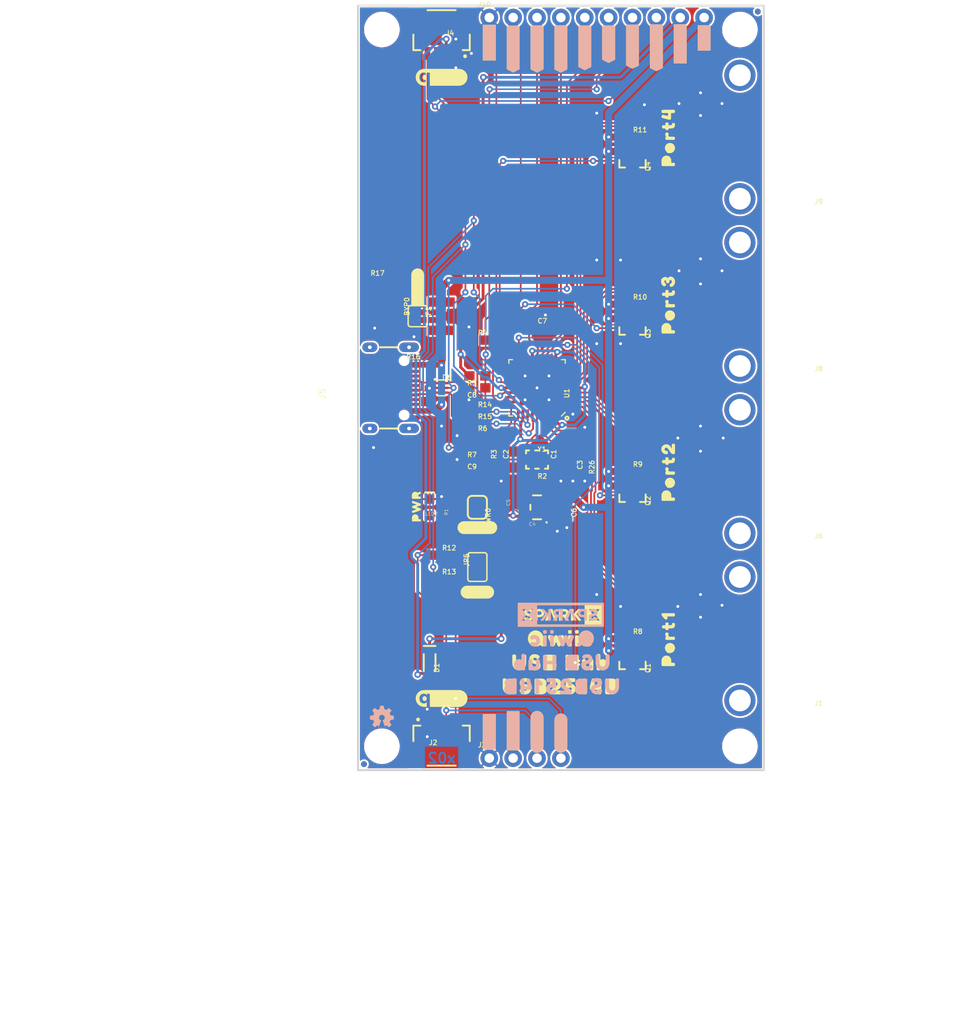
<source format=kicad_pcb>
(kicad_pcb (version 20211014) (generator pcbnew)
  (layers (0 "F.Cu" signal) (31 "B.Cu" signal) (34 "B.Paste" user) (35 "F.Paste" user) (36 "B.SilkS" user "B.Silkscreen") (37 "F.SilkS" user "F.Silkscreen") (38 "B.Mask" user) (39 "F.Mask" user) (44 "Edge.Cuts" user))
  (net 0 "")
  (net 1 "3.3V")
  (net 2 "GND")
  (net 3 "~{RESET}")
  (net 4 "N$10")
  (net 5 "5V")
  (net 6 "D_P")
  (net 7 "D_N")
  (net 8 "CC1")
  (net 9 "CC2")
  (net 10 "UNP_D+")
  (net 11 "UNP_D-")
  (net 12 "N$17")
  (net 13 "SCL/CFG0")
  (net 14 "SDA")
  (net 15 "N$6")
  (net 16 "N$8")
  (net 17 "N$5")
  (net 18 "N$11")
  (net 19 "CFG1")
  (net 20 "N$13")
  (net 21 "N$14")
  (net 22 "VBUS_DET")
  (net 23 "PORT1_N")
  (net 24 "PORT1_P")
  (net 25 "PORT2_N")
  (net 26 "PORT2_P")
  (net 27 "PORT3_N")
  (net 28 "PORT3_P")
  (net 29 "PORT4_N")
  (net 30 "PORT4_P")
  (net 31 "N$1")
  (net 32 "PRTPWR1")
  (net 33 "PRTPWR2")
  (net 34 "PRTPWR3")
  (net 35 "PRTPWR4")
  (net 36 "N$2")
  (net 37 "N$3")
  (net 38 "N$4")
  (net 39 "N$7")
  (net 40 "~{OCS1}")
  (net 41 "~{OCS2}")
  (net 42 "~{OCS3}")
  (net 43 "~{OCS4}")
  (net 44 "N$9")
  (net 45 "N$15")
  (net 46 "N$16")
  (net 47 "N$18")
  (net 48 "N$21")
  (footprint "eagleBoard:0603" (layer "F.Cu") (at 139.6111 112.6236 180)
    (fp_text reference "C9")
    (fp_text value "0.1uF")
  )
  (footprint "eagleBoard:0603" (layer "F.Cu") (at 139.6111 108.8136)
    (fp_text reference "R15")
    (fp_text value "22")
  )
  (footprint "eagleBoard:CREATIVE_COMMONS" (layer "F.Cu") (at 109.1311 172.3136)
    (fp_text reference "FRAME2" hide)
    (fp_text value "FRAME-LEDGER" hide)
  )
  (footprint "eagleBoard:SMT-JUMPER_3_NO_SILK" (layer "F.Cu") (at 139.6111 124.0536 90)
    (fp_text reference "JP5")
    (fp_text value "")
  )
  (footprint "eagleBoard:0603" (layer "F.Cu") (at 130.7211 98.6536)
    (fp_text reference "R17")
    (fp_text value "5.1k")
  )
  (footprint "eagleBoard:USB-A-S-NOSILK-FEMALE" (layer "F.Cu") (at 170.0911 113.8936 180)
    (fp_text reference "J6")
    (fp_text value "USB_A_FEMALE")
  )
  (footprint "eagleBoard:#SCL#0" (layer "F.Cu") (at 148.5011 141.7066 90)
    (fp_text reference "U$36" hide)
    (fp_text value "" hide)
  )
  (footprint "eagleBoard:QWIIC_5.5MM" (layer "F.Cu") (at 135.8011 71.9836)
    (fp_text reference "LOGO2" hide)
    (fp_text value "QWIIC_LOGO_CONNECTOR" hide)
  )
  (footprint "eagleBoard:STAND-OFF" (layer "F.Cu") (at 129.4511 66.9036 90)
    (fp_text reference "JP41" hide)
    (fp_text value "STAND-OFF" hide)
  )
  (footprint "eagleBoard:#CFG0#1" (layer "F.Cu") (at 158.6611 68.6816 90)
    (fp_text reference "U$24" hide)
    (fp_text value "" hide)
  )
  (footprint "eagleBoard:SOT886" (layer "F.Cu") (at 135.8011 105.0036)
    (fp_text reference "D6")
    (fp_text value "PRTR5V0U2F")
  )
  (footprint "eagleBoard:SOD-323" (layer "F.Cu") (at 134.5311 134.2136 -90)
    (fp_text reference "D1")
    (fp_text value "3A/10V/280mV")
  )
  (footprint "eagleBoard:USB-A-S-NOSILK-FEMALE" (layer "F.Cu") (at 170.0911 96.1136 180)
    (fp_text reference "J8")
    (fp_text value "USB_A_FEMALE")
  )
  (footprint "eagleBoard:0603" (layer "F.Cu") (at 143.4211 112.6236 90)
    (fp_text reference "C2")
    (fp_text value "18pF")
  )
  (footprint "eagleBoard:##OCS2##2" (layer "F.Cu") (at 148.5011 68.8086 90)
    (fp_text reference "U$18" hide)
    (fp_text value "" hide)
  )
  (footprint "eagleBoard:0603" (layer "F.Cu") (at 156.1211 96.1136)
    (fp_text reference "R10")
    (fp_text value "100k")
  )
  (footprint "eagleBoard:1X10_NO_SILK" (layer "F.Cu") (at 140.8811 65.6336)
    (fp_text reference "J10")
    (fp_text value "")
  )
  (footprint "eagleBoard:USB-A-S-NOSILK-FEMALE" (layer "F.Cu") (at 170.0911 78.3336 180)
    (fp_text reference "J9")
    (fp_text value "USB_A_FEMALE")
  )
  (footprint "eagleBoard:0603" (layer "F.Cu") (at 139.6111 107.5436)
    (fp_text reference "R14")
    (fp_text value "22")
  )
  (footprint "eagleBoard:0603" (layer "F.Cu") (at 156.1211 131.6736)
    (fp_text reference "R8")
    (fp_text value "100k")
  )
  (footprint "eagleBoard:USB_HUB1" (layer "F.Cu") (at 148.5011 134.2136)
    (fp_text reference "U$27" hide)
    (fp_text value "" hide)
  )
  (footprint "eagleBoard:#3#3V#6" (layer "F.Cu") (at 161.2011 68.4276 90)
    (fp_text reference "U$14" hide)
    (fp_text value "" hide)
  )
  (footprint "eagleBoard:#SDA#0" (layer "F.Cu") (at 145.9611 141.5796 90)
    (fp_text reference "U$35" hide)
    (fp_text value "" hide)
  )
  (footprint "eagleBoard:LED-0603" (layer "F.Cu") (at 134.5311 117.7036 90)
    (fp_text reference "LED2")
    (fp_text value "RED")
  )
  (footprint "eagleBoard:#GND#5" (layer "F.Cu") (at 140.8811 68.3006 90)
    (fp_text reference "U$16" hide)
    (fp_text value "" hide)
  )
  (footprint "eagleBoard:0603" (layer "F.Cu") (at 137.0711 117.7036 90)
    (fp_text reference "R1")
    (fp_text value "1k")
  )
  (footprint "eagleBoard:0603" (layer "F.Cu") (at 142.1511 117.7036 -90)
    (fp_text reference "C5")
    (fp_text value "0.1uF")
  )
  (footprint "eagleBoard:1X04_NO_SILK" (layer "F.Cu") (at 140.8811 144.3736)
    (fp_text reference "J3")
    (fp_text value "PTH" hide)
  )
  (footprint "eagleBoard:SPARKX-MEDIUM" (layer "F.Cu") (at 148.5011 129.1336)
    (fp_text reference "U$5" hide)
    (fp_text value "SPARKX-LOGO4" hide)
  )
  (footprint "eagleBoard:QWIIC2" (layer "F.Cu") (at 148.5011 131.6736)
    (fp_text reference "U$22" hide)
    (fp_text value "" hide)
  )
  (footprint "eagleBoard:#CFG1#0" (layer "F.Cu") (at 156.1211 68.5546 90)
    (fp_text reference "U$25" hide)
    (fp_text value "" hide)
  )
  (footprint "eagleBoard:##RST##4" (layer "F.Cu") (at 153.5811 68.3006 90)
    (fp_text reference "U$13" hide)
    (fp_text value "" hide)
  )
  (footprint "eagleBoard:CRYSTAL-SMD-2.0X1.6MM" (layer "F.Cu") (at 145.9611 112.6236)
    (fp_text reference "Y1")
    (fp_text value "24MHz")
  )
  (footprint "eagleBoard:STAND-OFF" (layer "F.Cu") (at 129.4511 143.1036 90)
    (fp_text reference "JP31" hide)
    (fp_text value "STAND-OFF" hide)
  )
  (footprint "eagleBoard:#I�C#1" (layer "F.Cu") (at 139.6111 126.7206)
    (fp_text reference "U$10" hide)
    (fp_text value "" hide)
  )
  (footprint "eagleBoard:JST04_1MM_RA" (layer "F.Cu") (at 135.8011 69.4436 180)
    (fp_text reference "J4")
    (fp_text value "Qwiic Right Angle" hide)
  )
  (footprint "eagleBoard:0603" (layer "F.Cu") (at 145.9611 98.6536)
    (fp_text reference "C7")
    (fp_text value "0.1uF")
  )
  (footprint "eagleBoard:SOT23-3" (layer "F.Cu") (at 156.1211 98.6536 180)
    (fp_text reference "Q3")
    (fp_text value "4.3A/20V/54mΩ")
  )
  (footprint "eagleBoard:0603" (layer "F.Cu") (at 135.8011 122.7836)
    (fp_text reference "R12")
    (fp_text value "2.2k")
  )
  (footprint "eagleBoard:SMT-JUMPER_2_NC_TRACE_SILK" (layer "F.Cu") (at 139.6111 117.7036 -90)
    (fp_text reference "PWR0")
    (fp_text value "")
  )
  (footprint "eagleBoard:SOT23-3" (layer "F.Cu") (at 156.1211 116.4336 180)
    (fp_text reference "Q2")
    (fp_text value "4.3A/20V/54mΩ")
  )
  (footprint "eagleBoard:0603" (layer "F.Cu") (at 148.5011 112.6236 90)
    (fp_text reference "C1")
    (fp_text value "18pF")
  )
  (footprint "eagleBoard:#LED#0" (layer "F.Cu") (at 139.6111 119.8626)
    (fp_text reference "U$23" hide)
    (fp_text value "" hide)
  )
  (footprint "eagleBoard:0603" (layer "F.Cu") (at 151.0411 112.6236 -90)
    (fp_text reference "R26")
    (fp_text value "12k")
  )
  (footprint "eagleBoard:#3#3V#0" (layer "F.Cu") (at 143.4211 141.4526 90)
    (fp_text reference "U$34" hide)
    (fp_text value "" hide)
  )
  (footprint "eagleBoard:0603" (layer "F.Cu") (at 156.1211 113.8936)
    (fp_text reference "R9")
    (fp_text value "100k")
  )
  (footprint "eagleBoard:SOT23-3" (layer "F.Cu") (at 156.1211 80.8736 180)
    (fp_text reference "Q4")
    (fp_text value "4.3A/20V/54mΩ")
  )
  (footprint "eagleBoard:QWIIC_5.5MM" (layer "F.Cu") (at 135.8011 138.0236)
    (fp_text reference "U$42" hide)
    (fp_text value "" hide)
  )
  (footprint "eagleBoard:0603" (layer "F.Cu") (at 135.8011 125.3236)
    (fp_text reference "R13")
    (fp_text value "2.2k")
  )
  (footprint "eagleBoard:##OCS4##0" (layer "F.Cu") (at 143.4211 68.8086 90)
    (fp_text reference "U$20" hide)
    (fp_text value "" hide)
  )
  (footprint "eagleBoard:#5V#7" (layer "F.Cu") (at 163.7411 67.7926 90)
    (fp_text reference "U$15" hide)
    (fp_text value "" hide)
  )
  (footprint "eagleBoard:0603" (layer "F.Cu") (at 139.6111 111.3536 180)
    (fp_text reference "R7")
    (fp_text value "100k")
  )
  (footprint "eagleBoard:STAND-OFF" (layer "F.Cu") (at 167.5511 143.1036 90)
    (fp_text reference "JP91" hide)
    (fp_text value "STAND-OFF" hide)
  )
  (footprint "eagleBoard:0603" (layer "F.Cu") (at 130.7211 111.3536)
    (fp_text reference "R16")
    (fp_text value "5.1k")
  )
  (footprint "eagleBoard:0603" (layer "F.Cu") (at 149.7711 112.6236 -90)
    (fp_text reference "C3")
    (fp_text value "0.1uF")
  )
  (footprint "eagleBoard:0603" (layer "F.Cu") (at 139.6111 110.0836)
    (fp_text reference "R6")
    (fp_text value "100k")
  )
  (footprint "eagleBoard:0603" (layer "F.Cu") (at 156.1211 78.3336)
    (fp_text reference "R11")
    (fp_text value "100k")
  )
  (footprint "eagleBoard:0603" (layer "F.Cu") (at 149.1361 117.7036 -90)
    (fp_text reference "C6")
    (fp_text value "1.0uF")
  )
  (footprint "eagleBoard:USB2514B0" (layer "F.Cu") (at 148.5011 136.7536)
    (fp_text reference "U$26" hide)
    (fp_text value "" hide)
  )
  (footprint "eagleBoard:SMT-JUMPER_2_NO_SILK" (layer "F.Cu") (at 133.2611 97.3836 90)
    (fp_text reference "BYP0")
    (fp_text value "JUMPER-SMT_2_NO_SILK")
  )
  (footprint "eagleBoard:PORT40" (layer "F.Cu") (at 159.9311 78.3336 90)
    (fp_text reference "U$1" hide)
    (fp_text value "" hide)
  )
  (footprint "eagleBoard:STAND-OFF" (layer "F.Cu") (at 167.5511 66.9036 90)
    (fp_text reference "JP101" hide)
    (fp_text value "STAND-OFF" hide)
  )
  (footprint "eagleBoard:SOT23-3" (layer "F.Cu") (at 156.1211 134.2136 180)
    (fp_text reference "Q1")
    (fp_text value "4.3A/20V/54mΩ")
  )
  (footprint "eagleBoard:0603" (layer "F.Cu") (at 142.1511 112.6236 90)
    (fp_text reference "R3")
    (fp_text value "100k")
  )
  (footprint "eagleBoard:JST04_1MM_RA" (layer "F.Cu") (at 135.8011 140.5636)
    (fp_text reference "J2")
    (fp_text value "Qwiic Right Angle" hide)
  )
  (footprint "eagleBoard:MICRO-FIDUCIAL" (layer "F.Cu") (at 169.4561 64.9986 90)
    (fp_text reference "JP21" hide)
    (fp_text value "FIDUCIALUFIDUCIAL" hide)
  )
  (footprint "eagleBoard:MICRO-FIDUCIAL" (layer "F.Cu") (at 127.5461 145.0086 90)
    (fp_text reference "JP61" hide)
    (fp_text value "FIDUCIALUFIDUCIAL" hide)
  )
  (footprint "eagleBoard:0603" (layer "F.Cu") (at 139.6111 105.0036 180)
    (fp_text reference "C8")
    (fp_text value "0.1uF")
  )
  (footprint "eagleBoard:PORT31" (layer "F.Cu") (at 159.9311 96.1136 90)
    (fp_text reference "U$2" hide)
    (fp_text value "" hide)
  )
  (footprint "eagleBoard:0603" (layer "F.Cu") (at 139.6111 103.7336 180)
    (fp_text reference "R5")
    (fp_text value "100k")
  )
  (footprint "eagleBoard:##OCS1##3" (layer "F.Cu") (at 151.0411 68.6816 90)
    (fp_text reference "U$17" hide)
    (fp_text value "" hide)
  )
  (footprint "eagleBoard:PWR0" (layer "F.Cu") (at 133.1341 117.5766 90)
    (fp_text reference "U$12" hide)
    (fp_text value "" hide)
  )
  (footprint "eagleBoard:0603" (layer "F.Cu") (at 145.9611 115.1636)
    (fp_text reference "R2")
    (fp_text value "1M")
  )
  (footprint "eagleBoard:USB-A-S-NOSILK-FEMALE" (layer "F.Cu") (at 170.0911 131.6736 180)
    (fp_text reference "J1")
    (fp_text value "USB_A_FEMALE")
  )
  (footprint "eagleBoard:QFN-36" (layer "F.Cu") (at 145.9611 105.0036 180)
    (fp_text reference "U1")
    (fp_text value "USB251XB")
  )
  (footprint "eagleBoard:PORT22" (layer "F.Cu") (at 159.9311 113.8936 90)
    (fp_text reference "U$3" hide)
    (fp_text value "" hide)
  )
  (footprint "eagleBoard:##OCS3##1" (layer "F.Cu") (at 145.9611 68.8086 90)
    (fp_text reference "U$19" hide)
    (fp_text value "" hide)
  )
  (footprint "eagleBoard:SOT23-5" (layer "F.Cu") (at 145.9611 117.7036 90)
    (fp_text reference "U2")
    (fp_text value "3.3V")
  )
  (footprint "eagleBoard:PORT13" (layer "F.Cu") (at 159.9311 131.6736 90)
    (fp_text reference "U$4" hide)
    (fp_text value "" hide)
  )
  (footprint "eagleBoard:USB-C-16P-2LAYER-PADS" (layer "F.Cu") (at 133.2611 105.0036 -90)
    (fp_text reference "J5")
    (fp_text value "")
  )
  (footprint "eagleBoard:#GND#0" (layer "F.Cu") (at 140.8811 141.5796 90)
    (fp_text reference "U$33" hide)
    (fp_text value "" hide)
  )
  (footprint "eagleBoard:#BYP#0" (layer "F.Cu") (at 133.2611 94.4626 90)
    (fp_text reference "U$21" hide)
    (fp_text value "" hide)
  )
  (footprint "eagleBoard:0603" (layer "F.Cu") (at 145.9611 120.2436)
    (fp_text reference "C4")
    (fp_text value "1.0uF")
  )
  (footprint "eagleBoard:1210" (layer "F.Cu") (at 135.8011 97.3836 90)
    (fp_text reference "F1")
    (fp_text value "6V/2A")
  )
  (footprint "eagleBoard:0603" (layer "F.Cu") (at 139.6111 99.9236)
    (fp_text reference "R4")
    (fp_text value "100k")
  )
  (footprint "eagleBoard:#SCL#0" (layer "B.Cu") (at 148.5011 141.7066 90)
    (fp_text reference "U$8" hide)
    (fp_text value "" hide)
  )
  (footprint "eagleBoard:USB_HUB1" (layer "B.Cu") (at 148.5011 134.2136 180)
    (fp_text reference "U$40" hide)
    (fp_text value "" hide)
  )
  (footprint "eagleBoard:#SDA#0" (layer "B.Cu") (at 145.9611 141.5796 90)
    (fp_text reference "U$7" hide)
    (fp_text value "" hide)
  )
  (footprint "eagleBoard:#3#3V#0" (layer "B.Cu") (at 143.4211 141.4526 90)
    (fp_text reference "U$6" hide)
    (fp_text value "" hide)
  )
  (footprint "eagleBoard:#CFG0#1" (layer "B.Cu") (at 158.6611 68.6816 90)
    (fp_text reference "U$29" hide)
    (fp_text value "" hide)
  )
  (footprint "eagleBoard:USB2514B0" (layer "B.Cu") (at 148.5011 136.7536 180)
    (fp_text reference "U$41" hide)
    (fp_text value "" hide)
  )
  (footprint "eagleBoard:#GND#0" (layer "B.Cu") (at 140.8811 141.5796 90)
    (fp_text reference "U$9" hide)
    (fp_text value "" hide)
  )
  (footprint "eagleBoard:QWIIC2" (layer "B.Cu") (at 148.5011 131.6736 180)
    (fp_text reference "U$39" hide)
    (fp_text value "" hide)
  )
  (footprint "eagleBoard:SPARKX-MEDIUM" (layer "B.Cu") (at 148.5011 129.1336 180)
    (fp_text reference "U$38" hide)
    (fp_text value "SPARKX-LOGO4" hide)
  )
  (footprint "eagleBoard:#3#3V#6" (layer "B.Cu") (at 161.2011 68.4276 90)
    (fp_text reference "U$32" hide)
    (fp_text value "" hide)
  )
  (footprint "eagleBoard:##OCS3##1" (layer "B.Cu") (at 145.9611 68.8086 90)
    (fp_text reference "U$44" hide)
    (fp_text value "" hide)
  )
  (footprint "eagleBoard:##OCS1##3" (layer "B.Cu") (at 151.0411 68.6816 90)
    (fp_text reference "U$30" hide)
    (fp_text value "" hide)
  )
  (footprint "eagleBoard:#5V#7" (layer "B.Cu") (at 163.7411 67.7926 90)
    (fp_text reference "U$37" hide)
    (fp_text value "" hide)
  )
  (footprint "eagleBoard:##RST##4" (layer "B.Cu") (at 153.5811 68.3006 90)
    (fp_text reference "U$31" hide)
    (fp_text value "" hide)
  )
  (footprint "eagleBoard:#GND#5" (layer "B.Cu") (at 140.8811 68.3006 90)
    (fp_text reference "U$11" hide)
    (fp_text value "" hide)
  )
  (footprint "eagleBoard:#CFG1#0" (layer "B.Cu") (at 156.1211 68.5546 90)
    (fp_text reference "U$28" hide)
    (fp_text value "" hide)
  )
  (footprint "eagleBoard:##OCS4##0" (layer "B.Cu") (at 143.4211 68.8086 90)
    (fp_text reference "U$45" hide)
    (fp_text value "" hide)
  )
  (footprint "eagleBoard:MICRO-FIDUCIAL" (layer "B.Cu") (at 127.5461 145.0086 -90)
    (fp_text reference "JP81" hide)
    (fp_text value "FIDUCIALUFIDUCIAL" hide)
  )
  (footprint "eagleBoard:MICRO-FIDUCIAL" (layer "B.Cu") (at 169.4561 64.9986 -90)
    (fp_text reference "JP71" hide)
    (fp_text value "FIDUCIALUFIDUCIAL" hide)
  )
  (footprint "eagleBoard:##OCS2##2" (layer "B.Cu") (at 148.5011 68.8086 90)
    (fp_text reference "U$43" hide)
    (fp_text value "" hide)
  )
  (footprint "eagleBoard:OSHW-LOGO-MINI" (layer "B.Cu") (at 129.4511 140.0556 180)
    (fp_text reference "LOGO1" hide)
    (fp_text value "OSHW-LOGOMINI" hide)
  )
  (gr_line (start 170.0911 64.3636) (end 170.0911 145.6436) (layer "Edge.Cuts") (width 0.2032))
  (gr_line (start 126.9111 64.3636) (end 170.0911 64.3636) (layer "Edge.Cuts") (width 0.2032))
  (gr_line (start 126.9111 145.6436) (end 126.9111 64.3636) (layer "Edge.Cuts") (width 0.2032))
  (gr_line (start 170.0911 145.6436) (end 126.9111 145.6436) (layer "Edge.Cuts") (width 0.2032))
  (gr_text "x02" (at 135.8011 144.3736) (layer "B.Cu") (effects (font (size 1.0795 1.0795) (thickness 0.1905)) (justify mirror)))
  (segment (start 143.2111 105.0036) (end 142.1511 105.0036) (width 0.3048) (layer "F.Cu") (net 1))
  (segment (start 137.8331 97.8916) (end 140.2207 95.504) (width 0.3048) (layer "F.Cu") (net 1))
  (segment (start 141.3891 118.5926) (end 142.1511 118.5926) (width 0.3048) (layer "F.Cu") (net 1))
  (segment (start 142.1511 131.6736) (end 142.1511 124.0536) (width 0.3048) (layer "F.Cu") (net 1))
  (segment (start 143.3821 118.5536) (end 143.4211 118.5926) (width 0.3048) (layer "F.Cu") (net 1))
  (segment (start 144.661 118.6536) (end 143.4821 118.6536) (width 0.3048) (layer "F.Cu") (net 1))
  (segment (start 144.661 119.7935) (end 144.661 118.6536) (width 0.3048) (layer "F.Cu") (net 1))
  (segment (start 147.9611 102.2536) (end 147.9611 101.3526) (width 0.3048) (layer "F.Cu") (net 1))
  (segment (start 144.1831 110.4646) (end 144.2212 110.4265) (width 0.3048) (layer "F.Cu") (net 1))
  (segment (start 142.1511 118.5536) (end 142.1511 118.5926) (width 0.3048) (layer "F.Cu") (net 1))
  (segment (start 139.6111 124.0536) (end 142.1511 124.0536) (width 0.3048) (layer "F.Cu") (net 1))
  (segment (start 142.1511 118.5926) (end 142.1511 124.0536) (width 0.3048) (layer "F.Cu") (net 1))
  (segment (start 140.2207 72.009) (end 140.2461 71.9836) (width 0.3048) (layer "F.Cu") (net 1))
  (segment (start 148.7111 105.0036) (end 151.0411 105.0036) (width 0.3048) (layer "F.Cu") (net 1))
  (segment (start 137.8331 101.4476) (end 137.8331 102.8056) (width 0.3048) (layer "F.Cu") (net 1))
  (segment (start 140.2207 95.504) (end 140.2207 72.009) (width 0.3048) (layer "F.Cu") (net 1))
  (segment (start 148.3741 108.9406) (end 148.6281 108.9406) (width 0.3048) (layer "F.Cu") (net 1))
  (segment (start 139.6111 118.2243) (end 141.0208 118.2243) (width 0.3048) (layer "F.Cu") (net 1))
  (segment (start 145.4611 101.0746) (end 145.4531 101.0666) (width 0.3048) (layer "F.Cu") (net 1))
  (segment (start 148.3741 108.9406) (end 147.9611 108.5276) (width 0.3048) (layer "F.Cu") (net 1))
  (segment (start 151.0411 104.8766) (end 151.0411 105.0036) (width 0.3048) (layer "F.Cu") (net 1))
  (segment (start 147.9611 101.3526) (end 148.1201 101.1936) (width 0.3048) (layer "F.Cu") (net 1))
  (segment (start 143.4821 118.6536) (end 143.4211 118.5926) (width 0.3048) (layer "F.Cu") (net 1))
  (segment (start 142.1511 118.5536) (end 143.3821 118.5536) (width 0.3048) (layer "F.Cu") (net 1))
  (segment (start 144.2212 108.69335) (end 144.2212 110.4265) (width 0.3048) (layer "F.Cu") (net 1))
  (segment (start 144.4611 107.7536) (end 144.4611 108.45345) (width 0.3048) (layer "F.Cu") (net 1))
  (segment (start 138.7611 103.7336) (end 137.8331 102.8056) (width 0.3048) (layer "F.Cu") (net 1))
  (segment (start 134.5311 133.0636) (end 134.5311 131.6736) (width 0.3048) (layer "F.Cu") (net 1))
  (segment (start 147.9611 107.7536) (end 147.9611 108.5276) (width 0.3048) (layer "F.Cu") (net 1))
  (segment (start 137.8331 101.4476) (end 137.8331 97.8916) (width 0.3048) (layer "F.Cu") (net 1))
  (segment (start 145.4611 102.2536) (end 145.4611 101.0746) (width 0.3048) (layer "F.Cu") (net 1))
  (segment (start 145.1111 120.2436) (end 144.661 119.7935) (width 0.3048) (layer "F.Cu") (net 1))
  (segment (start 144.4611 108.45345) (end 144.2212 108.69335) (width 0.3048) (layer "F.Cu") (net 1))
  (segment (start 141.0208 118.2243) (end 141.3891 118.5926) (width 0.3048) (layer "F.Cu") (net 1))
  (via (at 140.2461 71.9836) (size 0.7056) (drill 0.35) (layers "F.Cu" "B.Cu") (net 1))
  (via (at 148.6281 108.9406) (size 0.6604) (drill 0.3048) (layers "F.Cu" "B.Cu") (net 1))
  (via (at 144.1831 110.4646) (size 0.6604) (drill 0.3048) (layers "F.Cu" "B.Cu") (net 1))
  (via (at 142.1511 105.0036) (size 0.6604) (drill 0.3048) (layers "F.Cu" "B.Cu") (net 1))
  (via (at 151.0411 104.8766) (size 0.6604) (drill 0.3048) (layers "F.Cu" "B.Cu") (net 1))
  (via (at 134.5311 131.6736) (size 0.7056) (drill 0.35) (layers "F.Cu" "B.Cu") (net 1))
  (via (at 143.4211 118.5926) (size 0.6604) (drill 0.3048) (layers "F.Cu" "B.Cu") (net 1))
  (via (at 142.1511 131.6736) (size 0.7056) (drill 0.35) (layers "F.Cu" "B.Cu") (net 1))
  (via (at 145.4531 101.0666) (size 0.6604) (drill 0.3048) (layers "F.Cu" "B.Cu") (net 1))
  (via (at 148.1201 101.1936) (size 0.6604) (drill 0.3048) (layers "F.Cu" "B.Cu") (net 1))
  (via (at 137.8331 101.4476) (size 0.6604) (drill 0.3048) (layers "F.Cu" "B.Cu") (net 1))
  (segment (start 143.4211 111.2266) (end 144.1831 110.4646) (width 0.3048) (layer "B.Cu") (net 1))
  (segment (start 145.4531 101.0666) (end 147.9931 101.0666) (width 0.3048) (layer "B.Cu") (net 1))
  (segment (start 161.2011 65.6336) (end 154.8511 71.9836) (width 0.3048) (layer "B.Cu") (net 1))
  (segment (start 145.9611 110.5916) (end 146.9771 110.5916) (width 0.3048) (layer "B.Cu") (net 1))
  (segment (start 145.9611 110.5916) (end 144.3101 110.5916) (width 0.3048) (layer "B.Cu") (net 1))
  (segment (start 134.5311 131.6736) (end 142.1511 131.6736) (width 0.3048) (layer "B.Cu") (net 1))
  (segment (start 151.0411 107.9246) (end 151.0411 104.8766) (width 0.3048) (layer "B.Cu") (net 1))
  (segment (start 148.6281 108.9406) (end 150.0251 108.9406) (width 0.3048) (layer "B.Cu") (net 1))
  (segment (start 151.0411 102.4636) (end 149.7711 101.1936) (width 0.3048) (layer "B.Cu") (net 1))
  (segment (start 137.8331 101.4476) (end 140.2715 103.886) (width 0.3048) (layer "B.Cu") (net 1))
  (segment (start 145.9611 108.6866) (end 145.9611 110.5916) (width 0.3048) (layer "B.Cu") (net 1))
  (segment (start 146.9771 110.5916) (end 148.6281 108.9406) (width 0.3048) (layer "B.Cu") (net 1))
  (segment (start 142.1511 105.0036) (end 142.2781 105.0036) (width 0.3048) (layer "B.Cu") (net 1))
  (segment (start 141.765 105.0036) (end 142.1511 105.0036) (width 0.3048) (layer "B.Cu") (net 1))
  (segment (start 151.0411 104.8766) (end 151.0411 102.4636) (width 0.3048) (layer "B.Cu") (net 1))
  (segment (start 150.0251 108.9406) (end 151.0411 107.9246) (width 0.3048) (layer "B.Cu") (net 1))
  (segment (start 140.6474 103.886) (end 141.765 105.0036) (width 0.3048) (layer "B.Cu") (net 1))
  (segment (start 140.2715 103.886) (end 140.6474 103.886) (width 0.3048) (layer "B.Cu") (net 1))
  (segment (start 145.9611 108.6866) (end 142.2781 105.0036) (width 0.3048) (layer "B.Cu") (net 1))
  (segment (start 147.9931 101.0666) (end 148.1201 101.1936) (width 0.3048) (layer "B.Cu") (net 1))
  (segment (start 140.2461 71.9836) (end 154.8511 71.9836) (width 0.3048) (layer "B.Cu") (net 1))
  (segment (start 149.7711 101.1936) (end 148.1201 101.1936) (width 0.3048) (layer "B.Cu") (net 1))
  (segment (start 143.4211 118.5926) (end 143.4211 111.2266) (width 0.3048) (layer "B.Cu") (net 1))
  (segment (start 144.3101 110.5916) (end 144.1831 110.4646) (width 0.3048) (layer "B.Cu") (net 1))
  (segment (start 138.7221 99.9626) (end 138.7611 99.9236) (width 0.1778) (layer "F.Cu") (net 2))
  (segment (start 138.7221 106.2736) (end 139.1031 106.2736) (width 0.1778) (layer "F.Cu") (net 2))
  (segment (start 139.6111 106.7816) (end 139.6111 109.8296) (width 0.1778) (layer "F.Cu") (net 2))
  (segment (start 139.3571 110.0836) (end 138.7611 110.0836) (width 0.1778) (layer "F.Cu") (net 2))
  (segment (start 139.6111 109.8296) (end 139.3571 110.0836) (width 0.1778) (layer "F.Cu") (net 2))
  (segment (start 139.6111 105.8926) (end 139.6111 102.2096) (width 0.1778) (layer "F.Cu") (net 2))
  (segment (start 139.6111 105.8926) (end 139.2301 106.2736) (width 0.1778) (layer "F.Cu") (net 2))
  (segment (start 139.6111 102.2096) (end 138.7221 101.3206) (width 0.1778) (layer "F.Cu") (net 2))
  (segment (start 138.7221 106.2736) (end 139.2301 106.2736) (width 0.1778) (layer "F.Cu") (net 2))
  (segment (start 147.4611 103.5036) (end 147.2311 103.7336) (width 0.1778) (layer "F.Cu") (net 2))
  (segment (start 147.4611 102.2536) (end 147.4611 103.5036) (width 0.1778) (layer "F.Cu") (net 2))
  (segment (start 138.7221 101.3206) (end 138.7221 99.9626) (width 0.1778) (layer "F.Cu") (net 2))
  (segment (start 139.1031 106.2736) (end 139.6111 106.7816) (width 0.1778) (layer "F.Cu") (net 2))
  (via (at 163.3601 111.7346) (size 0.6604) (drill 0.3048) (layers "F.Cu" "B.Cu") (net 2))
  (via (at 152.3111 126.9746) (size 0.6604) (drill 0.3048) (layers "F.Cu" "B.Cu") (net 2))
  (via (at 149.7711 107.7976) (size 0.6604) (drill 0.3048) (layers "F.Cu" "B.Cu") (net 2))
  (via (at 161.0741 92.5576) (size 0.6604) (drill 0.3048) (layers "F.Cu" "B.Cu") (net 2))
  (via (at 154.8511 91.4146) (size 0.6604) (drill 0.3048) (layers "F.Cu" "B.Cu") (net 2))
  (via (at 128.5621 111.3536) (size 0.6604) (drill 0.3048) (layers "F.Cu" "B.Cu") (net 2))
  (via (at 148.5011 114.9096) (size 0.6604) (drill 0.3048) (layers "F.Cu" "B.Cu") (net 2))
  (via (at 163.3601 126.9746) (size 0.6604) (drill 0.3048) (layers "F.Cu" "B.Cu") (net 2))
  (via (at 152.3111 100.3046) (size 0.6604) (drill 0.3048) (layers "F.Cu" "B.Cu") (net 2))
  (via (at 154.8511 128.2446) (size 0.6604) (drill 0.3048) (layers "F.Cu" "B.Cu") (net 2))
  (via (at 135.8011 109.0676) (size 0.6604) (drill 0.3048) (layers "F.Cu" "B.Cu") (net 2))
  (via (at 147.2311 106.2736) (size 0.6604) (drill 0.3048) (layers "F.Cu" "B.Cu") (net 2))
  (via (at 165.6461 128.1176) (size 0.6604) (drill 0.3048) (layers "F.Cu" "B.Cu") (net 2))
  (via (at 163.3601 73.6346) (size 0.6604) (drill 0.3048) (layers "F.Cu" "B.Cu") (net 2))
  (via (at 154.8511 100.3046) (size 0.6604) (drill 0.3048) (layers "F.Cu" "B.Cu") (net 2))
  (via (at 165.6461 92.5576) (size 0.6604) (drill 0.3048) (layers "F.Cu" "B.Cu") (net 2))
  (via (at 163.3601 91.2876) (size 0.6604) (drill 0.3048) (layers "F.Cu" "B.Cu") (net 2))
  (via (at 138.7221 98.5266) (size 0.6604) (drill 0.3048) (layers "F.Cu" "B.Cu") (net 2))
  (via (at 134.2771 139.1666) (size 0.6604) (drill 0.3048) (layers "F.Cu" "B.Cu") (net 2))
  (via (at 137.4521 110.0836) (size 0.6604) (drill 0.3048) (layers "F.Cu" "B.Cu") (net 2))
  (via (at 138.7221 106.2736) (size 0.6604) (drill 0.3048) (layers "F.Cu" "B.Cu") (net 2))
  (via (at 152.3111 75.7936) (size 0.6604) (drill 0.3048) (layers "F.Cu" "B.Cu") (net 2))
  (via (at 151.0411 114.9096) (size 0.6604) (drill 0.3048) (layers "F.Cu" "B.Cu") (net 2))
  (via (at 161.0741 74.7776) (size 0.6604) (drill 0.3048) (layers "F.Cu" "B.Cu") (net 2))
  (via (at 160.9471 128.2446) (size 0.6604) (drill 0.3048) (layers "F.Cu" "B.Cu") (net 2))
  (via (at 163.3601 93.9546) (size 0.6604) (drill 0.3048) (layers "F.Cu" "B.Cu") (net 2))
  (via (at 152.3111 91.4146) (size 0.6604) (drill 0.3048) (layers "F.Cu" "B.Cu") (net 2))
  (via (at 160.9471 110.3376) (size 0.6604) (drill 0.3048) (layers "F.Cu" "B.Cu") (net 2))
  (via (at 137.3251 70.9676) (size 0.6604) (drill 0.3048) (layers "F.Cu" "B.Cu") (net 2))
  (via (at 163.3601 129.3876) (size 0.6604) (drill 0.3048) (layers "F.Cu" "B.Cu") (net 2))
  (via (at 144.6911 106.2736) (size 0.6604) (drill 0.3048) (layers "F.Cu" "B.Cu") (net 2))
  (via (at 132.8691 99.5696) (size 0.6604) (drill 0.3048) (layers "F.Cu" "B.Cu") (net 2))
  (via (at 134.2771 142.0876) (size 0.6604) (drill 0.3048) (layers "F.Cu" "B.Cu") (net 2))
  (via (at 165.6461 74.7776) (size 0.6604) (drill 0.3048) (layers "F.Cu" "B.Cu") (net 2))
  (via (at 145.9611 105.0036) (size 0.6604) (drill 0.3048) (layers "F.Cu" "B.Cu") (net 2))
  (via (at 128.6891 98.6536) (size 0.6604) (drill 0.3048) (layers "F.Cu" "B.Cu") (net 2))
  (via (at 151.0411 109.1946) (size 0.6604) (drill 0.3048) (layers "F.Cu" "B.Cu") (net 2))
  (via (at 146.8501 97.2566) (size 0.6604) (drill 0.3048) (layers "F.Cu" "B.Cu") (net 2))
  (via (at 134.5111 105.0436) (size 0.6604) (drill 0.3048) (layers "F.Cu" "B.Cu") (net 2))
  (via (at 149.7711 114.9096) (size 0.6604) (drill 0.3048) (layers "F.Cu" "B.Cu") (net 2))
  (via (at 163.3601 76.0476) (size 0.6604) (drill 0.3048) (layers "F.Cu" "B.Cu") (net 2))
  (via (at 142.1511 114.9096) (size 0.6604) (drill 0.3048) (layers "F.Cu" "B.Cu") (net 2))
  (via (at 148.1201 120.2436) (size 0.6604) (drill 0.3048) (layers "F.Cu" "B.Cu") (net 2))
  (via (at 147.2311 103.7336) (size 0.6604) (drill 0.3048) (layers "F.Cu" "B.Cu") (net 2))
  (via (at 135.8011 116.5606) (size 0.6604) (drill 0.3048) (layers "F.Cu" "B.Cu") (net 2))
  (via (at 144.6911 103.7336) (size 0.6604) (drill 0.3048) (layers "F.Cu" "B.Cu") (net 2))
  (via (at 163.3601 109.0676) (size 0.6604) (drill 0.3048) (layers "F.Cu" "B.Cu") (net 2))
  (via (at 138.9761 69.4436) (size 0.6604) (drill 0.3048) (layers "F.Cu" "B.Cu") (net 2))
  (via (at 137.4521 112.6236) (size 0.6604) (drill 0.3048) (layers "F.Cu" "B.Cu") (net 2))
  (via (at 137.3251 67.9196) (size 0.6604) (drill 0.3048) (layers "F.Cu" "B.Cu") (net 2))
  (via (at 149.1361 119.8626) (size 0.6604) (drill 0.3048) (layers "F.Cu" "B.Cu") (net 2))
  (via (at 157.3911 74.9046) (size 0.6604) (drill 0.3048) (layers "F.Cu" "B.Cu") (net 2))
  (via (at 165.7731 110.3376) (size 0.6604) (drill 0.3048) (layers "F.Cu" "B.Cu") (net 2))
  (segment (start 149.1361 94.4626) (end 149.1361 72.6186) (width 0.1778) (layer "F.Cu") (net 3))
  (segment (start 140.4611 103.7336) (end 140.4611 101.4866) (width 0.1778) (layer "F.Cu") (net 3))
  (segment (start 140.4611 106.1076) (end 140.4611 105.0036) (width 0.1778) (layer "F.Cu") (net 3))
  (segment (start 143.2111 106.5036) (end 142.70935 106.5036) (width 0.1778) (layer "F.Cu") (net 3))
  (segment (start 142.70935 106.5036) (end 142.41865 106.7943) (width 0.1778) (layer "F.Cu") (net 3))
  (segment (start 153.5811 68.1736) (end 149.1361 72.6186) (width 0.1778) (layer "F.Cu") (net 3))
  (segment (start 140.4611 105.0036) (end 140.4611 103.7336) (width 0.1778) (layer "F.Cu") (net 3))
  (segment (start 153.5811 65.6336) (end 153.5811 68.1736) (width 0.1778) (layer "F.Cu") (net 3))
  (segment (start 141.1478 106.7943) (end 140.4611 106.1076) (width 0.1778) (layer "F.Cu") (net 3))
  (segment (start 142.41865 106.7943) (end 141.1478 106.7943) (width 0.1778) (layer "F.Cu") (net 3))
  (segment (start 140.4611 101.4866) (end 140.5001 101.4476) (width 0.1778) (layer "F.Cu") (net 3))
  (via (at 149.1361 94.4626) (size 0.6604) (drill 0.3048) (layers "F.Cu" "B.Cu") (net 3))
  (via (at 140.5001 101.4476) (size 0.6604) (drill 0.3048) (layers "F.Cu" "B.Cu") (net 3))
  (segment (start 141.2621 94.4626) (end 149.1361 94.4626) (width 0.1778) (layer "B.Cu") (net 3))
  (segment (start 140.5001 95.2246) (end 141.2621 94.4626) (width 0.1778) (layer "B.Cu") (net 3))
  (segment (start 140.5001 101.4476) (end 140.5001 95.2246) (width 0.1778) (layer "B.Cu") (net 3))
  (segment (start 137.0711 118.5536) (end 137.0441 118.5806) (width 0.1778) (layer "F.Cu") (net 4))
  (segment (start 137.0441 118.5806) (end 134.5311 118.5806) (width 0.1778) (layer "F.Cu") (net 4))
  (segment (start 155.1711 133.2136) (end 153.8511 133.2136) (width 0.762) (layer "F.Cu") (net 5))
  (segment (start 153.8511 133.2136) (end 153.5811 132.9436) (width 0.762) (layer "F.Cu") (net 5))
  (segment (start 153.5971 97.6536) (end 153.5811 97.6376) (width 0.762) (layer "F.Cu") (net 5))
  (segment (start 145.9611 118.4656) (end 145.9611 117.0686) (width 0.762) (layer "F.Cu") (net 5))
  (segment (start 145.9611 117.0686) (end 146.2761 116.7536) (width 0.762) (layer "F.Cu") (net 5))
  (segment (start 155.2711 113.8936) (end 153.5811 113.8936) (width 0.762) (layer "F.Cu") (net 5))
  (segment (start 149.0361 116.7536) (end 149.1361 116.8536) (width 0.762) (layer "F.Cu") (net 5))
  (segment (start 136.5631 93.5976) (end 135.8011 94.3596) (width 0.762) (layer "F.Cu") (net 5))
  (segment (start 135.8011 95.8836) (end 135.8011 94.3596) (width 0.762) (layer "F.Cu") (net 5))
  (segment (start 147.2612 118.6536) (end 146.1491 118.6536) (width 0.762) (layer "F.Cu") (net 5))
  (segment (start 153.5971 115.4336) (end 153.5811 115.4176) (width 0.762) (layer "F.Cu") (net 5))
  (segment (start 146.1491 118.6536) (end 145.9611 118.4656) (width 0.762) (layer "F.Cu") (net 5))
  (segment (start 135.8011 96.6216) (end 135.8011 95.8836) (width 0.762) (layer "F.Cu") (net 5))
  (segment (start 147.2612 116.7536) (end 149.0361 116.7536) (width 0.762) (layer "F.Cu") (net 5))
  (segment (start 135.4455 96.9772) (end 135.8011 96.6216) (width 0.635) (layer "F.Cu") (net 5))
  (segment (start 155.2711 96.1136) (end 153.5811 96.1136) (width 0.762) (layer "F.Cu") (net 5))
  (segment (start 155.1711 115.4336) (end 153.5971 115.4336) (width 0.762) (layer "F.Cu") (net 5))
  (segment (start 155.2711 131.6736) (end 153.5811 131.6736) (width 0.762) (layer "F.Cu") (net 5))
  (segment (start 155.1711 79.8736) (end 153.5971 79.8736) (width 0.762) (layer "F.Cu") (net 5))
  (segment (start 150.0641 116.8536) (end 150.9141 117.7036) (width 0.762) (layer "F.Cu") (net 5))
  (segment (start 149.1361 116.8536) (end 150.0641 116.8536) (width 0.762) (layer "F.Cu") (net 5))
  (segment (start 136.2311 105.0036) (end 137.0711 105.0036) (width 0.1778) (layer "F.Cu") (net 5))
  (segment (start 138.7611 111.3536) (end 136.5631 111.3536) (width 0.1778) (layer "F.Cu") (net 5))
  (segment (start 136.5631 93.5736) (end 136.5631 93.5976) (width 0.762) (layer "F.Cu") (net 5))
  (segment (start 155.1711 97.6536) (end 153.5971 97.6536) (width 0.762) (layer "F.Cu") (net 5))
  (segment (start 155.2711 78.3336) (end 153.5811 78.3336) (width 0.762) (layer "F.Cu") (net 5))
  (segment (start 133.2611 96.9772) (end 135.4455 96.9772) (width 0.635) (layer "F.Cu") (net 5))
  (segment (start 153.5971 79.8736) (end 153.5811 79.8576) (width 0.762) (layer "F.Cu") (net 5))
  (segment (start 146.2761 116.7536) (end 147.2612 116.7536) (width 0.762) (layer "F.Cu") (net 5))
  (via (at 153.5811 97.6376) (size 0.6604) (drill 0.3048) (layers "F.Cu" "B.Cu") (net 5))
  (via (at 136.5631 93.5736) (size 0.6604) (drill 0.3048) (layers "F.Cu" "B.Cu") (net 5))
  (via (at 153.5811 132.9436) (size 0.6604) (drill 0.3048) (layers "F.Cu" "B.Cu") (net 5))
  (via (at 150.9141 117.7036) (size 0.6604) (drill 0.3048) (layers "F.Cu" "B.Cu") (net 5))
  (via (at 153.5811 113.8936) (size 0.6604) (drill 0.3048) (layers "F.Cu" "B.Cu") (net 5))
  (via (at 153.5811 115.4176) (size 0.6604) (drill 0.3048) (layers "F.Cu" "B.Cu") (net 5))
  (via (at 153.5811 78.3336) (size 0.6604) (drill 0.3048) (layers "F.Cu" "B.Cu") (net 5))
  (via (at 153.5811 96.1136) (size 0.6604) (drill 0.3048) (layers "F.Cu" "B.Cu") (net 5))
  (via (at 153.5811 131.6736) (size 0.6604) (drill 0.3048) (layers "F.Cu" "B.Cu") (net 5))
  (via (at 136.5631 111.3536) (size 0.6604) (drill 0.3048) (layers "F.Cu" "B.Cu") (net 5))
  (via (at 153.5811 79.8576) (size 0.6604) (drill 0.3048) (layers "F.Cu" "B.Cu") (net 5))
  (via (at 137.0711 105.0036) (size 0.6604) (drill 0.3048) (layers "F.Cu" "B.Cu") (net 5))
  (segment (start 153.5811 97.6376) (end 153.5811 113.8936) (width 0.762) (layer "B.Cu") (net 5))
  (segment (start 153.5811 75.7936) (end 163.7411 65.6336) (width 0.762) (layer "B.Cu") (net 5))
  (segment (start 136.6012 105.64535) (end 137.0711 105.17545) (width 0.1778) (layer "B.Cu") (net 5))
  (segment (start 136.5631 111.3536) (end 136.6012 111.3155) (width 0.1778) (layer "B.Cu") (net 5))
  (segment (start 136.9441 93.5736) (end 153.5811 93.5736) (width 0.762) (layer "B.Cu") (net 5))
  (segment (start 137.0711 105.17545) (end 137.0711 105.0036) (width 0.1778) (layer "B.Cu") (net 5))
  (segment (start 153.5811 93.5736) (end 153.5811 79.8576) (width 0.762) (layer "B.Cu") (net 5))
  (segment (start 136.5631 93.9546) (end 136.9441 93.5736) (width 0.1778) (layer "B.Cu") (net 5))
  (segment (start 136.5631 104.4956) (end 136.5631 93.9546) (width 0.1778) (layer "B.Cu") (net 5))
  (segment (start 153.5811 113.8936) (end 153.5811 115.4176) (width 0.762) (layer "B.Cu") (net 5))
  (segment (start 153.5811 93.5736) (end 153.5811 96.1136) (width 0.762) (layer "B.Cu") (net 5))
  (segment (start 153.5811 79.8576) (end 153.5811 78.3336) (width 0.762) (layer "B.Cu") (net 5))
  (segment (start 150.9141 117.7036) (end 153.5811 117.7036) (width 0.762) (layer "B.Cu") (net 5))
  (segment (start 136.6012 105.64535) (end 136.6012 111.3155) (width 0.1778) (layer "B.Cu") (net 5))
  (segment (start 153.5811 115.4176) (end 153.5811 117.7036) (width 0.762) (layer "B.Cu") (net 5))
  (segment (start 136.5631 93.5736) (end 136.9441 93.5736) (width 0.762) (layer "B.Cu") (net 5))
  (segment (start 153.5811 78.3336) (end 153.5811 75.7936) (width 0.762) (layer "B.Cu") (net 5))
  (segment (start 153.5811 96.1136) (end 153.5811 97.6376) (width 0.762) (layer "B.Cu") (net 5))
  (segment (start 137.0711 105.0036) (end 136.5631 104.4956) (width 0.1778) (layer "B.Cu") (net 5))
  (segment (start 153.5811 131.6736) (end 153.5811 132.9436) (width 0.762) (layer "B.Cu") (net 5))
  (segment (start 153.5811 117.7036) (end 153.5811 131.6736) (width 0.762) (layer "B.Cu") (net 5))
  (segment (start 136.8741 107.9816) (end 136.8741 105.7656) (width 0.1778) (layer "F.Cu") (net 6))
  (segment (start 138.7611 108.8136) (end 137.7061 108.8136) (width 0.1778) (layer "F.Cu") (net 6))
  (segment (start 136.6121 105.5036) (end 136.2311 105.5036) (width 0.1778) (layer "F.Cu") (net 6))
  (segment (start 137.7061 108.8136) (end 136.8741 107.9816) (width 0.1778) (layer "F.Cu") (net 6))
  (segment (start 136.8741 105.7656) (end 136.6121 105.5036) (width 0.1778) (layer "F.Cu") (net 6))
  (segment (start 137.8331 107.5436) (end 137.668 107.3785) (width 0.1778) (layer "F.Cu") (net 7))
  (segment (start 136.7282 104.4067) (end 137.31835 104.4067) (width 0.1778) (layer "F.Cu") (net 7))
  (segment (start 138.7611 107.5436) (end 137.8331 107.5436) (width 0.1778) (layer "F.Cu") (net 7))
  (segment (start 137.668 104.75635) (end 137.31835 104.4067) (width 0.1778) (layer "F.Cu") (net 7))
  (segment (start 137.668 107.3785) (end 137.668 104.75635) (width 0.1778) (layer "F.Cu") (net 7))
  (segment (start 136.2311 104.5036) (end 136.6313 104.5036) (width 0.1778) (layer "F.Cu") (net 7))
  (segment (start 136.6313 104.5036) (end 136.7282 104.4067) (width 0.1778) (layer "F.Cu") (net 7))
  (segment (start 130.5941 102.7176) (end 130.5941 99.6306) (width 0.1778) (layer "F.Cu") (net 8))
  (segment (start 130.5941 99.6306) (end 131.5711 98.6536) (width 0.1778) (layer "F.Cu") (net 8))
  (segment (start 132.9211 103.7536) (end 131.6301 103.7536) (width 0.1778) (layer "F.Cu") (net 8))
  (segment (start 131.6301 103.7536) (end 130.5941 102.7176) (width 0.1778) (layer "F.Cu") (net 8))
  (segment (start 130.5941 107.4166) (end 130.5941 110.3766) (width 0.1778) (layer "F.Cu") (net 9))
  (segment (start 131.2571 106.7536) (end 130.5941 107.4166) (width 0.1778) (layer "F.Cu") (net 9))
  (segment (start 130.5941 110.3766) (end 131.5711 111.3536) (width 0.1778) (layer "F.Cu") (net 9))
  (segment (start 132.9211 106.7536) (end 131.2571 106.7536) (width 0.1778) (layer "F.Cu") (net 9))
  (segment (start 131.8641 104.8766) (end 131.8641 105.6386) (width 0.1778) (layer "F.Cu") (net 10))
  (segment (start 131.8641 105.6386) (end 131.9791 105.7536) (width 0.1778) (layer "F.Cu") (net 10))
  (segment (start 134.74855 105.6703) (end 134.91525 105.5036) (width 0.1778) (layer "F.Cu") (net 10))
  (segment (start 133.0044 105.6703) (end 134.74855 105.6703) (width 0.1778) (layer "F.Cu") (net 10))
  (segment (start 134.91525 105.5036) (end 135.3711 105.5036) (width 0.1778) (layer "F.Cu") (net 10))
  (segment (start 132.9211 105.7536) (end 131.9791 105.7536) (width 0.1778) (layer "F.Cu") (net 10))
  (segment (start 131.9871 104.7536) (end 131.8641 104.8766) (width 0.1778) (layer "F.Cu") (net 10))
  (segment (start 132.9211 105.7536) (end 133.0044 105.6703) (width 0.1778) (layer "F.Cu") (net 10))
  (segment (start 132.9211 104.7536) (end 131.9871 104.7536) (width 0.1778) (layer "F.Cu") (net 10))
  (segment (start 133.5211 104.2536) (end 133.7111 104.4436) (width 0.1778) (layer "F.Cu") (net 11))
  (segment (start 134.91525 104.5036) (end 135.3961 104.5036) (width 0.1778) (layer "F.Cu") (net 11))
  (segment (start 134.32385 104.4067) (end 134.81835 104.4067) (width 0.1778) (layer "F.Cu") (net 11))
  (segment (start 132.9211 104.2536) (end 133.5211 104.2536) (width 0.1778) (layer "F.Cu") (net 11))
  (segment (start 133.6011 105.2536) (end 133.7111 105.1436) (width 0.1778) (layer "F.Cu") (net 11))
  (segment (start 134.81835 104.4067) (end 134.91525 104.5036) (width 0.1778) (layer "F.Cu") (net 11))
  (segment (start 133.7111 104.4436) (end 134.28695 104.4436) (width 0.1778) (layer "F.Cu") (net 11))
  (segment (start 132.9211 105.2536) (end 133.6011 105.2536) (width 0.1778) (layer "F.Cu") (net 11))
  (segment (start 133.7111 105.1436) (end 133.7111 104.4436) (width 0.1778) (layer "F.Cu") (net 11))
  (segment (start 134.28695 104.4436) (end 134.32385 104.4067) (width 0.1778) (layer "F.Cu") (net 11))
  (segment (start 137.4004 117.1829) (end 137.0711 116.8536) (width 0.1778) (layer "F.Cu") (net 12))
  (segment (start 139.6111 117.1829) (end 137.4004 117.1829) (width 0.1778) (layer "F.Cu") (net 12))
  (segment (start 142.49525 105.5036) (end 142.39835 105.6005) (width 0.1778) (layer "F.Cu") (net 13))
  (segment (start 134.9511 125.3236) (end 134.9511 124.0926) (width 0.1778) (layer "F.Cu") (net 13))
  (segment (start 138.3411 94.8436) (end 138.3411 89.7636) (width 0.1778) (layer "F.Cu") (net 13))
  (segment (start 158.6611 65.6336) (end 158.6611 69.4436) (width 0.1778) (layer "F.Cu") (net 13))
  (segment (start 153.5811 74.5236) (end 153.56054 74.503041) (width 0.1778) (layer "F.Cu") (net 13))
  (segment (start 142.2654 105.6005) (end 142.0241 105.8418) (width 0.1778) (layer "F.Cu") (net 13))
  (segment (start 137.3011 129.3636) (end 134.9511 127.0136) (width 0.1778) (layer "F.Cu") (net 13))
  (segment (start 135.1026 75.0951) (end 134.3011 74.2936) (width 0.1778) (layer "F.Cu") (net 13))
  (segment (start 137.3011 140.5636) (end 137.3011 138.0236) (width 0.1778) (layer "F.Cu") (net 13))
  (segment (start 138.3411 78.3336) (end 135.1026 75.0951) (width 0.1778) (layer "F.Cu") (net 13))
  (segment (start 134.9511 124.0926) (end 134.9121 124.0536) (width 0.1778) (layer "F.Cu") (net 13))
  (segment (start 143.2111 105.5036) (end 142.49525 105.5036) (width 0.1778) (layer "F.Cu") (net 13))
  (segment (start 137.3011 138.0236) (end 137.3011 129.3636) (width 0.1778) (layer "F.Cu") (net 13))
  (segment (start 158.6611 69.4436) (end 153.5811 74.5236) (width 0.1778) (layer "F.Cu") (net 13))
  (segment (start 142.39835 105.6005) (end 142.2654 105.6005) (width 0.1778) (layer "F.Cu") (net 13))
  (segment (start 138.3411 89.7636) (end 138.3411 78.3336) (width 0.1778) (layer "F.Cu") (net 13))
  (segment (start 134.3011 74.2936) (end 134.3011 69.4436) (width 0.1778) (layer "F.Cu") (net 13))
  (segment (start 134.9511 127.0136) (end 134.9511 125.3236) (width 0.1778) (layer "F.Cu") (net 13))
  (via (at 138.3411 94.8436) (size 0.6604) (drill 0.3048) (layers "F.Cu" "B.Cu") (net 13))
  (via (at 135.1026 75.0951) (size 0.6604) (drill 0.3048) (layers "F.Cu" "B.Cu") (net 13))
  (via (at 142.0241 105.8418) (size 0.6604) (drill 0.3048) (layers "F.Cu" "B.Cu") (net 13))
  (via (at 134.9121 124.0536) (size 0.6604) (drill 0.3048) (layers "F.Cu" "B.Cu") (net 13))
  (via (at 138.3411 89.7636) (size 0.6604) (drill 0.3048) (layers "F.Cu" "B.Cu") (net 13))
  (via (at 153.56054 74.503041) (size 0.6604) (drill 0.3048) (layers "F.Cu" "B.Cu") (net 13))
  (via (at 137.3011 138.0236) (size 0.6604) (drill 0.3048) (layers "F.Cu" "B.Cu") (net 13))
  (segment (start 134.9121 108.2286) (end 133.8381 107.1546) (width 0.1778) (layer "B.Cu") (net 13))
  (segment (start 137.1092 96.0755) (end 138.3411 94.8436) (width 0.1778) (layer "B.Cu") (net 13))
  (segment (start 135.694659 74.503041) (end 135.1026 75.0951) (width 0.1778) (layer "B.Cu") (net 13))
  (segment (start 134.874 93.2307) (end 138.3411 89.7636) (width 0.1778) (layer "B.Cu") (net 13))
  (segment (start 153.56054 74.503041) (end 135.694659 74.503041) (width 0.1778) (layer "B.Cu") (net 13))
  (segment (start 137.1092 102.71085) (end 137.1092 96.0755) (width 0.1778) (layer "B.Cu") (net 13))
  (segment (start 133.8381 107.1546) (end 133.8381 102.23675) (width 0.1778) (layer "B.Cu") (net 13))
  (segment (start 147.2311 138.0236) (end 137.3011 138.0236) (width 0.1778) (layer "B.Cu") (net 13))
  (segment (start 148.5011 139.2936) (end 147.2311 138.0236) (width 0.1778) (layer "B.Cu") (net 13))
  (segment (start 142.0241 105.8418) (end 140.24015 105.8418) (width 0.1778) (layer "B.Cu") (net 13))
  (segment (start 134.9121 124.0536) (end 134.9121 108.2286) (width 0.1778) (layer "B.Cu") (net 13))
  (segment (start 134.874 101.20085) (end 134.874 93.2307) (width 0.1778) (layer "B.Cu") (net 13))
  (segment (start 133.8381 102.23675) (end 134.874 101.20085) (width 0.1778) (layer "B.Cu") (net 13))
  (segment (start 140.24015 105.8418) (end 137.1092 102.71085) (width 0.1778) (layer "B.Cu") (net 13))
  (segment (start 148.5011 144.3736) (end 148.5011 139.2936) (width 0.1778) (layer "B.Cu") (net 13))
  (segment (start 136.3011 129.6336) (end 133.2611 126.5936) (width 0.1778) (layer "F.Cu") (net 14))
  (segment (start 142.49525 104.5036) (end 142.39835 104.4067) (width 0.1778) (layer "F.Cu") (net 14))
  (segment (start 139.2301 77.9526) (end 135.3011 74.0236) (width 0.1778) (layer "F.Cu") (net 14))
  (segment (start 142.39835 104.4067) (end 142.1384 104.4067) (width 0.1778) (layer "F.Cu") (net 14))
  (segment (start 134.9511 122.7836) (end 133.2611 122.7836) (width 0.1778) (layer "F.Cu") (net 14))
  (segment (start 143.2111 104.5036) (end 142.49525 104.5036) (width 0.1778) (layer "F.Cu") (net 14))
  (segment (start 139.2301 77.9526) (end 139.2301 87.2236) (width 0.1778) (layer "F.Cu") (net 14))
  (segment (start 142.1384 104.4067) (end 141.8971 104.1654) (width 0.1778) (layer "F.Cu") (net 14))
  (segment (start 136.3011 140.5636) (end 136.3011 139.2936) (width 0.1778) (layer "F.Cu") (net 14))
  (segment (start 133.2611 126.5936) (end 133.2611 122.7836) (width 0.1778) (layer "F.Cu") (net 14))
  (segment (start 139.2301 87.2236) (end 139.2301 94.8436) (width 0.1778) (layer "F.Cu") (net 14))
  (segment (start 135.3011 74.0236) (end 135.3011 69.4436) (width 0.1778) (layer "F.Cu") (net 14))
  (segment (start 136.3011 139.2936) (end 136.3011 129.6336) (width 0.1778) (layer "F.Cu") (net 14))
  (via (at 141.8971 104.1654) (size 0.6604) (drill 0.3048) (layers "F.Cu" "B.Cu") (net 14))
  (via (at 133.2611 122.7836) (size 0.6604) (drill 0.3048) (layers "F.Cu" "B.Cu") (net 14))
  (via (at 136.3011 139.2936) (size 0.6604) (drill 0.3048) (layers "F.Cu" "B.Cu") (net 14))
  (via (at 139.2301 87.2236) (size 0.6604) (drill 0.3048) (layers "F.Cu" "B.Cu") (net 14))
  (via (at 139.2301 94.8436) (size 0.6604) (drill 0.3048) (layers "F.Cu" "B.Cu") (net 14))
  (segment (start 133.4825 102.08945) (end 134.3914 101.18055) (width 0.1778) (layer "B.Cu") (net 14))
  (segment (start 139.8651 95.4786) (end 139.8651 102.1334) (width 0.1778) (layer "B.Cu") (net 14))
  (segment (start 133.2611 122.7836) (end 134.5565 121.4882) (width 0.1778) (layer "B.Cu") (net 14))
  (segment (start 145.9611 144.3736) (end 145.9611 140.5636) (width 0.1778) (layer "B.Cu") (net 14))
  (segment (start 133.4825 107.4289) (end 133.4825 102.08945) (width 0.1778) (layer "B.Cu") (net 14))
  (segment (start 144.6911 139.2936) (end 136.3011 139.2936) (width 0.1778) (layer "B.Cu") (net 14))
  (segment (start 134.3914 101.18055) (end 134.3914 92.1893) (width 0.1778) (layer "B.Cu") (net 14))
  (segment (start 139.8651 95.4786) (end 139.2301 94.8436) (width 0.1778) (layer "B.Cu") (net 14))
  (segment (start 139.2301 87.3506) (end 134.3914 92.1893) (width 0.1778) (layer "B.Cu") (net 14))
  (segment (start 134.5565 121.4882) (end 134.5565 108.5029) (width 0.1778) (layer "B.Cu") (net 14))
  (segment (start 139.2301 87.3506) (end 139.2301 87.2236) (width 0.1778) (layer "B.Cu") (net 14))
  (segment (start 141.8971 104.1654) (end 139.8651 102.1334) (width 0.1778) (layer "B.Cu") (net 14))
  (segment (start 134.5565 108.5029) (end 133.4825 107.4289) (width 0.1778) (layer "B.Cu") (net 14))
  (segment (start 145.9611 140.5636) (end 144.6911 139.2936) (width 0.1778) (layer "B.Cu") (net 14))
  (segment (start 146.6361 112.1236) (end 147.4771 112.1236) (width 0.1778) (layer "F.Cu") (net 15))
  (segment (start 147.4771 112.1236) (end 147.4851 112.1156) (width 0.1778) (layer "F.Cu") (net 15))
  (segment (start 147.4851 110.7186) (end 146.4611 109.6946) (width 0.1778) (layer "F.Cu") (net 15))
  (segment (start 148.4131 111.8616) (end 147.4851 111.8616) (width 0.1778) (layer "F.Cu") (net 15))
  (segment (start 146.4611 109.6946) (end 146.4611 107.7536) (width 0.1778) (layer "F.Cu") (net 15))
  (segment (start 148.5011 111.7736) (end 148.4131 111.8616) (width 0.1778) (layer "F.Cu") (net 15))
  (segment (start 147.4851 112.1156) (end 147.4851 111.8616) (width 0.1778) (layer "F.Cu") (net 15))
  (segment (start 147.4851 111.8616) (end 147.4851 110.7186) (width 0.1778) (layer "F.Cu") (net 15))
  (segment (start 146.8111 115.1636) (end 147.4851 114.4896) (width 0.1778) (layer "F.Cu") (net 15))
  (segment (start 147.4851 114.4896) (end 147.4851 112.1156) (width 0.1778) (layer "F.Cu") (net 15))
  (segment (start 145.1111 115.1636) (end 144.4371 114.4896) (width 0.1778) (layer "F.Cu") (net 16))
  (segment (start 144.3981 111.7736) (end 144.4371 111.7346) (width 0.1778) (layer "F.Cu") (net 16))
  (segment (start 145.9611 109.82715) (end 145.9611 107.7536) (width 0.1778) (layer "F.Cu") (net 16))
  (segment (start 144.4371 114.4896) (end 144.4371 113.1316) (width 0.1778) (layer "F.Cu") (net 16))
  (segment (start 143.4211 111.7736) (end 144.3981 111.7736) (width 0.1778) (layer "F.Cu") (net 16))
  (segment (start 144.4371 111.35115) (end 145.9611 109.82715) (width 0.1778) (layer "F.Cu") (net 16))
  (segment (start 145.2781 113.1316) (end 144.4371 113.1316) (width 0.1778) (layer "F.Cu") (net 16))
  (segment (start 144.4371 113.1316) (end 144.4371 111.7346) (width 0.1778) (layer "F.Cu") (net 16))
  (segment (start 144.4371 111.7346) (end 144.4371 111.35115) (width 0.1778) (layer "F.Cu") (net 16))
  (segment (start 145.2861 113.1236) (end 145.2781 113.1316) (width 0.1778) (layer "F.Cu") (net 16))
  (segment (start 147.4611 107.7536) (end 147.4611 108.74475) (width 0.1778) (layer "F.Cu") (net 17))
  (segment (start 147.4611 108.74475) (end 148.25385 109.5375) (width 0.1778) (layer "F.Cu") (net 17))
  (segment (start 151.0411 110.2496) (end 150.329 109.5375) (width 0.1778) (layer "F.Cu") (net 17))
  (segment (start 151.0411 110.2496) (end 151.0411 111.7736) (width 0.1778) (layer "F.Cu") (net 17))
  (segment (start 150.329 109.5375) (end 148.25385 109.5375) (width 0.1778) (layer "F.Cu") (net 17))
  (segment (start 143.9611 108.2616) (end 143.5801 108.6426) (width 0.1778) (layer "F.Cu") (net 18))
  (segment (start 143.5801 109.2016) (end 142.1511 110.6306) (width 0.1778) (layer "F.Cu") (net 18))
  (segment (start 142.1511 110.6306) (end 142.1511 111.7736) (width 0.1778) (layer "F.Cu") (net 18))
  (segment (start 143.9611 107.7536) (end 143.9611 108.2616) (width 0.1778) (layer "F.Cu") (net 18))
  (segment (start 143.5801 108.6426) (end 143.5801 109.2016) (width 0.1778) (layer "F.Cu") (net 18))
  (segment (start 140.8811 73.2917) (end 140.9192 73.2536) (width 0.1778) (layer "F.Cu") (net 19))
  (segment (start 152.3111 71.9836) (end 156.1211 68.1736) (width 0.1778) (layer "F.Cu") (net 19))
  (segment (start 143.2111 106.0036) (end 142.70645 106.0036) (width 0.1778) (layer "F.Cu") (net 19))
  (segment (start 156.1211 68.1736) (end 156.1211 65.6336) (width 0.1778) (layer "F.Cu") (net 19))
  (segment (start 152.3111 73.2536) (end 152.3111 71.9836) (width 0.1778) (layer "F.Cu") (net 19))
  (segment (start 141.2778 100.7403) (end 140.4611 99.9236) (width 0.1778) (layer "F.Cu") (net 19))
  (segment (start 142.70645 106.0036) (end 142.27135 106.4387) (width 0.1778) (layer "F.Cu") (net 19))
  (segment (start 141.2778 105.93965) (end 141.2778 100.7403) (width 0.1778) (layer "F.Cu") (net 19))
  (segment (start 140.4611 97.8036) (end 140.8811 97.3836) (width 0.1778) (layer "F.Cu") (net 19))
  (segment (start 140.4611 99.9236) (end 140.4611 97.8036) (width 0.1778) (layer "F.Cu") (net 19))
  (segment (start 140.8811 97.3836) (end 140.8811 73.2917) (width 0.1778) (layer "F.Cu") (net 19))
  (segment (start 141.77685 106.4387) (end 141.2778 105.93965) (width 0.1778) (layer "F.Cu") (net 19))
  (segment (start 142.27135 106.4387) (end 141.77685 106.4387) (width 0.1778) (layer "F.Cu") (net 19))
  (via (at 140.9192 73.2536) (size 0.6604) (drill 0.3048) (layers "F.Cu" "B.Cu") (net 19))
  (via (at 152.3111 73.2536) (size 0.6604) (drill 0.3048) (layers "F.Cu" "B.Cu") (net 19))
  (segment (start 140.9192 73.2536) (end 152.3111 73.2536) (width 0.1778) (layer "B.Cu") (net 19))
  (segment (start 149.7711 110.7186) (end 149.0091 109.9566) (width 0.1778) (layer "F.Cu") (net 20))
  (segment (start 149.0091 109.9566) (end 147.9541 109.9566) (width 0.1778) (layer "F.Cu") (net 20))
  (segment (start 149.7711 111.7736) (end 149.7711 110.7186) (width 0.1778) (layer "F.Cu") (net 20))
  (segment (start 146.9611 108.9636) (end 146.9611 107.7536) (width 0.1778) (layer "F.Cu") (net 20))
  (segment (start 147.9541 109.9566) (end 146.9611 108.9636) (width 0.1778) (layer "F.Cu") (net 20))
  (segment (start 145.9611 102.2536) (end 145.9611 101.40275) (width 0.1778) (layer "F.Cu") (net 21))
  (segment (start 145.1111 99.8356) (end 145.1111 98.6536) (width 0.1778) (layer "F.Cu") (net 21))
  (segment (start 146.05 101.31385) (end 146.05 100.7745) (width 0.1778) (layer "F.Cu") (net 21))
  (segment (start 146.05 100.7745) (end 145.1111 99.8356) (width 0.1778) (layer "F.Cu") (net 21))
  (segment (start 145.9611 101.40275) (end 146.05 101.31385) (width 0.1778) (layer "F.Cu") (net 21))
  (segment (start 140.4611 110.0836) (end 141.91825 110.0836) (width 0.1778) (layer "F.Cu") (net 22))
  (segment (start 143.2111 108.79075) (end 141.91825 110.0836) (width 0.1778) (layer "F.Cu") (net 22))
  (segment (start 143.2111 107.0036) (end 143.2111 108.79075) (width 0.1778) (layer "F.Cu") (net 22))
  (segment (start 140.4611 110.0836) (end 140.4611 111.3536) (width 0.1778) (layer "F.Cu") (net 22))
  (segment (start 140.4611 111.3536) (end 140.4611 112.6236) (width 0.1778) (layer "F.Cu") (net 22))
  (segment (start 151.7015 123.444) (end 151.8285 123.571) (width 0.1778) (layer "F.Cu") (net 23))
  (segment (start 151.9301 123.6726) (end 160.9311 132.6736) (width 0.1778) (layer "F.Cu") (net 23))
  (segment (start 151.8078 115.93275) (end 151.7015 116.03905) (width 0.1778) (layer "F.Cu") (net 23))
  (segment (start 151.8031 108.0516) (end 150.7551 107.0036) (width 0.1778) (layer "F.Cu") (net 23))
  (segment (start 163.3391 132.6736) (end 160.9311 132.6736) (width 0.1778) (layer "F.Cu") (net 23))
  (segment (start 151.8078 108.573132) (end 151.8078 115.93275) (width 0.1778) (layer "F.Cu") (net 23))
  (segment (start 151.7015 116.03905) (end 151.7015 123.444) (width 0.1778) (layer "F.Cu") (net 23))
  (segment (start 151.8031 108.0516) (end 151.8031 108.568432) (width 0.1778) (layer "F.Cu") (net 23))
  (segment (start 151.8031 108.568432) (end 151.8078 108.573132) (width 0.1778) (layer "F.Cu") (net 23))
  (segment (start 150.7551 107.0036) (end 148.7111 107.0036) (width 0.1778) (layer "F.Cu") (net 23))
  (segment (start 151.8285 123.571) (end 151.9301 123.6726) (width 0.1778) (layer "F.Cu") (net 23))
  (segment (start 148.7111 106.5036) (end 150.8901 106.5036) (width 0.1778) (layer "F.Cu") (net 24))
  (segment (start 159.434 130.6736) (end 163.3391 130.6736) (width 0.1778) (layer "F.Cu") (net 24))
  (segment (start 152.1841 116.05935) (end 152.0571 116.18635) (width 0.1778) (layer "F.Cu") (net 24))
  (segment (start 152.1841 107.7976) (end 152.1841 116.05935) (width 0.1778) (layer "F.Cu") (net 24))
  (segment (start 152.0571 123.2967) (end 159.434 130.6736) (width 0.1778) (layer "F.Cu") (net 24))
  (segment (start 150.8901 106.5036) (end 152.1841 107.7976) (width 0.1778) (layer "F.Cu") (net 24))
  (segment (start 152.0571 116.18635) (end 152.0571 123.2967) (width 0.1778) (layer "F.Cu") (net 24))
  (segment (start 163.3391 114.8936) (end 160.4282 114.8936) (width 0.1778) (layer "F.Cu") (net 25))
  (segment (start 151.5382 106.0036) (end 148.7111 106.0036) (width 0.1778) (layer "F.Cu") (net 25))
  (segment (start 160.4282 114.8936) (end 151.5382 106.0036) (width 0.1778) (layer "F.Cu") (net 25))
  (segment (start 148.7111 105.5036) (end 151.5411 105.5036) (width 0.1778) (layer "F.Cu") (net 26))
  (segment (start 151.5411 105.5036) (end 158.9311 112.8936) (width 0.1778) (layer "F.Cu") (net 26))
  (segment (start 158.9311 112.8936) (end 163.3391 112.8936) (width 0.1778) (layer "F.Cu") (net 26))
  (segment (start 150.2711 104.5036) (end 151.2951 103.4796) (width 0.1778) (layer "F.Cu") (net 27))
  (segment (start 148.7111 104.5036) (end 150.2711 104.5036) (width 0.1778) (layer "F.Cu") (net 27))
  (segment (start 151.2951 103.4796) (end 151.2951 97.1296) (width 0.1778) (layer "F.Cu") (net 27))
  (segment (start 151.2951 97.1296) (end 153.5811 94.8436) (width 0.1778) (layer "F.Cu") (net 27))
  (segment (start 153.5811 94.8436) (end 158.6611 94.8436) (width 0.1778) (layer "F.Cu") (net 27))
  (segment (start 160.9311 97.1136) (end 163.3391 97.1136) (width 0.1778) (layer "F.Cu") (net 27))
  (segment (start 158.6611 94.8436) (end 160.9311 97.1136) (width 0.1778) (layer "F.Cu") (net 27))
  (segment (start 150.2631 104.0036) (end 150.9395 103.3272) (width 0.1778) (layer "F.Cu") (net 28))
  (segment (start 150.9395 103.3272) (end 150.9395 96.9823) (width 0.1778) (layer "F.Cu") (net 28))
  (segment (start 158.9405 94.488) (end 159.5501 95.0976) (width 0.1778) (layer "F.Cu") (net 28))
  (segment (start 162.2171 95.0976) (end 162.4711 94.8436) (width 0.1778) (layer "F.Cu") (net 28))
  (segment (start 150.9395 96.9823) (end 153.4338 94.488) (width 0.1778) (layer "F.Cu") (net 28))
  (segment (start 163.0691 94.8436) (end 163.3391 95.1136) (width 0.1778) (layer "F.Cu") (net 28))
  (segment (start 153.4338 94.488) (end 158.9405 94.488) (width 0.1778) (layer "F.Cu") (net 28))
  (segment (start 148.7111 104.0036) (end 150.2631 104.0036) (width 0.1778) (layer "F.Cu") (net 28))
  (segment (start 159.5501 95.0976) (end 162.2171 95.0976) (width 0.1778) (layer "F.Cu") (net 28))
  (segment (start 162.4711 94.8436) (end 163.0691 94.8436) (width 0.1778) (layer "F.Cu") (net 28))
  (segment (start 150.5839 102.4393) (end 150.5839 78.7908) (width 0.1778) (layer "F.Cu") (net 29))
  (segment (start 149.5196 103.5036) (end 150.5839 102.4393) (width 0.1778) (layer "F.Cu") (net 29))
  (segment (start 161.1851 79.3336) (end 159.0421 77.1906) (width 0.1778) (layer "F.Cu") (net 29))
  (segment (start 150.5839 78.7908) (end 152.1841 77.1906) (width 0.1778) (layer "F.Cu") (net 29))
  (segment (start 148.7111 103.5036) (end 149.5196 103.5036) (width 0.1778) (layer "F.Cu") (net 29))
  (segment (start 163.3391 79.3336) (end 161.1851 79.3336) (width 0.1778) (layer "F.Cu") (net 29))
  (segment (start 152.1841 77.1906) (end 159.0421 77.1906) (width 0.1778) (layer "F.Cu") (net 29))
  (segment (start 160.56355 78.20915) (end 161.41355 78.20915) (width 0.1778) (layer "F.Cu") (net 30))
  (segment (start 150.2283 102.292) (end 150.2283 78.6435) (width 0.1778) (layer "F.Cu") (net 30))
  (segment (start 162.2891 77.3336) (end 163.3391 77.3336) (width 0.1778) (layer "F.Cu") (net 30))
  (segment (start 149.5167 103.0036) (end 150.2283 102.292) (width 0.1778) (layer "F.Cu") (net 30))
  (segment (start 159.1894 76.835) (end 160.56355 78.20915) (width 0.1778) (layer "F.Cu") (net 30))
  (segment (start 150.2283 78.6435) (end 152.0368 76.835) (width 0.1778) (layer "F.Cu") (net 30))
  (segment (start 152.0368 76.835) (end 159.1894 76.835) (width 0.1778) (layer "F.Cu") (net 30))
  (segment (start 148.7111 103.0036) (end 149.5167 103.0036) (width 0.1778) (layer "F.Cu") (net 30))
  (segment (start 161.41355 78.20915) (end 162.2891 77.3336) (width 0.1778) (layer "F.Cu") (net 30))
  (segment (start 156.2611 135.1736) (end 156.1211 135.3136) (width 0.762) (layer "F.Cu") (net 31))
  (segment (start 163.3391 135.1736) (end 156.2611 135.1736) (width 0.762) (layer "F.Cu") (net 31))
  (segment (start 146.9611 101.4636) (end 147.9931 100.4316) (width 0.1778) (layer "F.Cu") (net 32))
  (segment (start 156.0711 134.2136) (end 157.0711 133.2136) (width 0.1778) (layer "F.Cu") (net 32))
  (segment (start 150.0251 134.2136) (end 156.0711 134.2136) (width 0.1778) (layer "F.Cu") (net 32))
  (segment (start 157.0711 133.2136) (end 156.9711 133.1136) (width 0.1778) (layer "F.Cu") (net 32))
  (segment (start 147.9931 100.4316) (end 149.1996 100.4316) (width 0.1778) (layer "F.Cu") (net 32))
  (segment (start 146.9611 102.2536) (end 146.9611 101.4636) (width 0.1778) (layer "F.Cu") (net 32))
  (segment (start 156.9711 133.1136) (end 156.9711 131.6736) (width 0.1778) (layer "F.Cu") (net 32))
  (via (at 149.1996 100.4316) (size 0.6604) (drill 0.3048) (layers "F.Cu" "B.Cu") (net 32))
  (via (at 150.0251 134.2136) (size 0.6604) (drill 0.3048) (layers "F.Cu" "B.Cu") (net 32))
  (segment (start 150.0251 117.4496) (end 150.0251 134.2136) (width 0.1778) (layer "B.Cu") (net 32))
  (segment (start 152.5778 114.8969) (end 150.0251 117.4496) (width 0.1778) (layer "B.Cu") (net 32))
  (segment (start 150.1648 100.4316) (end 152.5778 102.8446) (width 0.1778) (layer "B.Cu") (net 32))
  (segment (start 152.5778 102.8446) (end 152.5778 114.8969) (width 0.1778) (layer "B.Cu") (net 32))
  (segment (start 149.1996 100.4316) (end 150.1648 100.4316) (width 0.1778) (layer "B.Cu") (net 32))
  (segment (start 144.9611 101.41875) (end 144.8167 101.27435) (width 0.1778) (layer "F.Cu") (net 33))
  (segment (start 157.0711 115.4336) (end 157.0711 113.9936) (width 0.1778) (layer "F.Cu") (net 33))
  (segment (start 157.0711 113.9936) (end 156.9711 113.8936) (width 0.1778) (layer "F.Cu") (net 33))
  (segment (start 157.0711 115.4836) (end 157.0711 115.4336) (width 0.1778) (layer "F.Cu") (net 33))
  (segment (start 152.654 116.4336) (end 156.1211 116.4336) (width 0.1778) (layer "F.Cu") (net 33))
  (segment (start 144.018 100.1446) (end 144.018 99.6696) (width 0.1778) (layer "F.Cu") (net 33))
  (segment (start 144.8167 100.9433) (end 144.018 100.1446) (width 0.1778) (layer "F.Cu") (net 33))
  (segment (start 144.9611 102.2536) (end 144.9611 101.41875) (width 0.1778) (layer "F.Cu") (net 33))
  (segment (start 156.1211 116.4336) (end 157.0711 115.4836) (width 0.1778) (layer "F.Cu") (net 33))
  (segment (start 144.8167 101.27435) (end 144.8167 100.9433) (width 0.1778) (layer "F.Cu") (net 33))
  (via (at 152.654 116.4336) (size 0.6604) (drill 0.3048) (layers "F.Cu" "B.Cu") (net 33))
  (via (at 144.018 99.6696) (size 0.6604) (drill 0.3048) (layers "F.Cu" "B.Cu") (net 33))
  (segment (start 152.9334 116.1542) (end 152.654 116.4336) (width 0.1778) (layer "B.Cu") (net 33))
  (segment (start 144.018 99.6696) (end 150.0251 99.6696) (width 0.1778) (layer "B.Cu") (net 33))
  (segment (start 150.0251 99.6696) (end 152.9334 102.5779) (width 0.1778) (layer "B.Cu") (net 33))
  (segment (start 152.9334 102.5779) (end 152.9334 116.1542) (width 0.1778) (layer "B.Cu") (net 33))
  (segment (start 157.0711 97.6536) (end 156.9711 97.5536) (width 0.1778) (layer "F.Cu") (net 34))
  (segment (start 152.3111 98.6536) (end 156.0711 98.6536) (width 0.1778) (layer "F.Cu") (net 34))
  (segment (start 142.9131 100.0506) (end 142.9131 97.8916) (width 0.1778) (layer "F.Cu") (net 34))
  (segment (start 143.9611 101.0986) (end 142.9131 100.0506) (width 0.1778) (layer "F.Cu") (net 34))
  (segment (start 143.9611 102.2536) (end 143.9611 101.0986) (width 0.1778) (layer "F.Cu") (net 34))
  (segment (start 156.9711 97.5536) (end 156.9711 96.1136) (width 0.1778) (layer "F.Cu") (net 34))
  (segment (start 156.0711 98.6536) (end 157.0711 97.6536) (width 0.1778) (layer "F.Cu") (net 34))
  (segment (start 142.9131 97.8916) (end 144.6911 96.1136) (width 0.1778) (layer "F.Cu") (net 34))
  (via (at 152.3111 98.6536) (size 0.6604) (drill 0.3048) (layers "F.Cu" "B.Cu") (net 34))
  (via (at 144.6911 96.1136) (size 0.6604) (drill 0.3048) (layers "F.Cu" "B.Cu") (net 34))
  (segment (start 149.7711 96.1136) (end 152.3111 98.6536) (width 0.1778) (layer "B.Cu") (net 34))
  (segment (start 144.6911 96.1136) (end 149.7711 96.1136) (width 0.1778) (layer "B.Cu") (net 34))
  (segment (start 141.989 81.2419) (end 142.3573 80.8736) (width 0.1778) (layer "F.Cu") (net 35))
  (segment (start 142.648 103.5036) (end 141.989 102.8446) (width 0.1778) (layer "F.Cu") (net 35))
  (segment (start 143.2111 103.5036) (end 142.648 103.5036) (width 0.1778) (layer "F.Cu") (net 35))
  (segment (start 156.0711 80.8736) (end 157.0711 79.8736) (width 0.1778) (layer "F.Cu") (net 35))
  (segment (start 151.9301 80.8736) (end 156.0711 80.8736) (width 0.1778) (layer "F.Cu") (net 35))
  (segment (start 156.9711 79.7736) (end 156.9711 78.3336) (width 0.1778) (layer "F.Cu") (net 35))
  (segment (start 157.0711 79.8736) (end 156.9711 79.7736) (width 0.1778) (layer "F.Cu") (net 35))
  (segment (start 141.989 102.8446) (end 141.989 81.2419) (width 0.1778) (layer "F.Cu") (net 35))
  (via (at 142.3573 80.8736) (size 0.6604) (drill 0.3048) (layers "F.Cu" "B.Cu") (net 35))
  (via (at 151.9301 80.8736) (size 0.6604) (drill 0.3048) (layers "F.Cu" "B.Cu") (net 35))
  (segment (start 142.3573 80.8736) (end 151.9301 80.8736) (width 0.1778) (layer "B.Cu") (net 35))
  (segment (start 156.2611 117.3936) (end 156.1211 117.5336) (width 0.762) (layer "F.Cu") (net 36))
  (segment (start 163.3391 117.3936) (end 156.2611 117.3936) (width 0.762) (layer "F.Cu") (net 36))
  (segment (start 156.2611 99.6136) (end 156.1211 99.7536) (width 0.762) (layer "F.Cu") (net 37))
  (segment (start 163.3391 99.6136) (end 156.2611 99.6136) (width 0.762) (layer "F.Cu") (net 37))
  (segment (start 163.3391 81.8336) (end 156.2611 81.8336) (width 0.762) (layer "F.Cu") (net 38))
  (segment (start 156.2611 81.8336) (end 156.1211 81.9736) (width 0.762) (layer "F.Cu") (net 38))
  (segment (start 132.9211 102.5536) (end 135.7641 102.5536) (width 0.5969) (layer "F.Cu") (net 39))
  (segment (start 135.7641 102.5536) (end 135.8011 102.5906) (width 0.762) (layer "F.Cu") (net 39))
  (segment (start 133.2611 97.79) (end 135.4455 97.79) (width 0.635) (layer "F.Cu") (net 39))
  (segment (start 135.4455 97.79) (end 135.8011 98.1456) (width 0.635) (layer "F.Cu") (net 39))
  (segment (start 135.1291 107.4536) (end 135.8011 106.7816) (width 0.762) (layer "F.Cu") (net 39))
  (segment (start 135.8011 102.5906) (end 135.8011 98.8836) (width 0.762) (layer "F.Cu") (net 39))
  (segment (start 135.8011 98.1456) (end 135.8011 98.8836) (width 0.762) (layer "F.Cu") (net 39))
  (segment (start 132.9211 107.4536) (end 135.1291 107.4536) (width 0.5969) (layer "F.Cu") (net 39))
  (via (at 135.8011 106.7816) (size 0.6604) (drill 0.3048) (layers "F.Cu" "B.Cu") (net 39))
  (via (at 135.8011 102.5906) (size 0.6604) (drill 0.3048) (layers "F.Cu" "B.Cu") (net 39))
  (segment (start 135.8011 106.7816) (end 135.8011 102.5906) (width 0.762) (layer "B.Cu") (net 39))
  (segment (start 148.5011 99.4156) (end 148.5011 70.7136) (width 0.1778) (layer "F.Cu") (net 40))
  (segment (start 151.0411 65.6336) (end 151.0411 68.1736) (width 0.1778) (layer "F.Cu") (net 40))
  (segment (start 151.0411 68.1736) (end 148.5011 70.7136) (width 0.1778) (layer "F.Cu") (net 40))
  (segment (start 146.4611 101.4556) (end 148.5011 99.4156) (width 0.1778) (layer "F.Cu") (net 40))
  (segment (start 146.4611 102.2536) (end 146.4611 101.4556) (width 0.1778) (layer "F.Cu") (net 40))
  (segment (start 143.4211 98.6536) (end 145.9611 96.1136) (width 0.1778) (layer "F.Cu") (net 41))
  (segment (start 148.5011 65.6336) (end 148.5011 68.1736) (width 0.1778) (layer "F.Cu") (net 41))
  (segment (start 144.4611 101.0906) (end 143.4211 100.0506) (width 0.1778) (layer "F.Cu") (net 41))
  (segment (start 148.5011 68.1736) (end 145.9611 70.7136) (width 0.1778) (layer "F.Cu") (net 41))
  (segment (start 143.4211 100.0506) (end 143.4211 98.6536) (width 0.1778) (layer "F.Cu") (net 41))
  (segment (start 145.9611 96.1136) (end 145.9611 70.7136) (width 0.1778) (layer "F.Cu") (net 41))
  (segment (start 144.4611 102.2536) (end 144.4611 101.0906) (width 0.1778) (layer "F.Cu") (net 41))
  (segment (start 145.9611 68.1736) (end 144.2242 69.9105) (width 0.1778) (layer "F.Cu") (net 42))
  (segment (start 144.2242 95.09085) (end 144.2242 69.9105) (width 0.1778) (layer "F.Cu") (net 42))
  (segment (start 143.2111 103.0036) (end 142.6509 103.0036) (width 0.1778) (layer "F.Cu") (net 42))
  (segment (start 142.3446 102.6973) (end 142.3446 96.97045) (width 0.1778) (layer "F.Cu") (net 42))
  (segment (start 142.6509 103.0036) (end 142.3446 102.6973) (width 0.1778) (layer "F.Cu") (net 42))
  (segment (start 142.3446 96.97045) (end 144.2242 95.09085) (width 0.1778) (layer "F.Cu") (net 42))
  (segment (start 145.9611 65.6336) (end 145.9611 68.1736) (width 0.1778) (layer "F.Cu") (net 42))
  (segment (start 143.4211 65.6336) (end 143.4211 68.1736) (width 0.1778) (layer "F.Cu") (net 43))
  (segment (start 142.57945 104.0036) (end 141.6334 103.05755) (width 0.1778) (layer "F.Cu") (net 43))
  (segment (start 143.4211 68.1736) (end 141.6334 69.9613) (width 0.1778) (layer "F.Cu") (net 43))
  (segment (start 141.6334 103.05755) (end 141.6334 69.9613) (width 0.1778) (layer "F.Cu") (net 43))
  (segment (start 143.2111 104.0036) (end 142.57945 104.0036) (width 0.1778) (layer "F.Cu") (net 43))
  (segment (start 139.6111 124.8664) (end 138.4173 124.8664) (width 0.1778) (layer "F.Cu") (net 44))
  (segment (start 137.9601 125.3236) (end 136.6511 125.3236) (width 0.1778) (layer "F.Cu") (net 44))
  (segment (start 138.4173 124.8664) (end 137.9601 125.3236) (width 0.1778) (layer "F.Cu") (net 44))
  (segment (start 139.6111 123.2408) (end 138.4173 123.2408) (width 0.1778) (layer "F.Cu") (net 45))
  (segment (start 138.4173 123.2408) (end 137.9601 122.7836) (width 0.1778) (layer "F.Cu") (net 45))
  (segment (start 137.9601 122.7836) (end 136.6511 122.7836) (width 0.1778) (layer "F.Cu") (net 45))
  (segment (start 144.9611 108.9246) (end 144.9451 108.9406) (width 0.1778) (layer "F.Cu") (net 46))
  (segment (start 140.4611 107.5436) (end 141.6431 107.5436) (width 0.1778) (layer "F.Cu") (net 46))
  (segment (start 144.9611 107.7536) (end 144.9611 108.9246) (width 0.1778) (layer "F.Cu") (net 46))
  (via (at 144.9451 108.9406) (size 0.6604) (drill 0.3048) (layers "F.Cu" "B.Cu") (net 46))
  (via (at 141.6431 107.5436) (size 0.6604) (drill 0.3048) (layers "F.Cu" "B.Cu") (net 46))
  (segment (start 143.5481 107.5436) (end 144.9451 108.9406) (width 0.1778) (layer "B.Cu") (net 46))
  (segment (start 141.6431 107.5436) (end 143.5481 107.5436) (width 0.1778) (layer "B.Cu") (net 46))
  (segment (start 140.4611 108.8136) (end 141.6431 108.8136) (width 0.1778) (layer "F.Cu") (net 47))
  (segment (start 145.4611 107.7536) (end 145.4611 108.48545) (width 0.1778) (layer "F.Cu") (net 47))
  (segment (start 145.4611 108.48545) (end 145.542 108.56635) (width 0.1778) (layer "F.Cu") (net 47))
  (segment (start 145.542 109.3597) (end 145.0721 109.8296) (width 0.1778) (layer "F.Cu") (net 47))
  (segment (start 145.542 108.56635) (end 145.542 109.3597) (width 0.1778) (layer "F.Cu") (net 47))
  (via (at 141.6431 108.8136) (size 0.6604) (drill 0.3048) (layers "F.Cu" "B.Cu") (net 47))
  (via (at 145.0721 109.8296) (size 0.6604) (drill 0.3048) (layers "F.Cu" "B.Cu") (net 47))
  (segment (start 144.8181 109.8296) (end 145.0721 109.8296) (width 0.1778) (layer "B.Cu") (net 47))
  (segment (start 141.6431 108.8136) (end 143.8021 108.8136) (width 0.1778) (layer "B.Cu") (net 47))
  (segment (start 144.8181 109.8296) (end 143.8021 108.8136) (width 0.1778) (layer "B.Cu") (net 47))
  (segment (start 135.3011 141.7146) (end 136.1821 142.5956) (width 0.3048) (layer "F.Cu") (net 48))
  (segment (start 142.0241 142.5956) (end 143.4211 143.9926) (width 0.3048) (layer "F.Cu") (net 48))
  (segment (start 135.3011 140.5636) (end 135.3011 141.7146) (width 0.3048) (layer "F.Cu") (net 48))
  (segment (start 134.5311 135.3636) (end 134.5311 137.6426) (width 0.3048) (layer "F.Cu") (net 48))
  (segment (start 135.3011 138.4126) (end 135.3011 140.5636) (width 0.3048) (layer "F.Cu") (net 48))
  (segment (start 133.3811 135.3636) (end 133.2611 135.4836) (width 0.3048) (layer "F.Cu") (net 48))
  (segment (start 136.3091 67.9196) (end 136.3011 67.9276) (width 0.3048) (layer "F.Cu") (net 48))
  (segment (start 134.5311 137.6426) (end 135.3011 138.4126) (width 0.3048) (layer "F.Cu") (net 48))
  (segment (start 143.4211 143.9926) (end 143.4211 144.3736) (width 0.3048) (layer "F.Cu") (net 48))
  (segment (start 136.3011 69.4436) (end 136.3011 67.9276) (width 0.3048) (layer "F.Cu") (net 48))
  (segment (start 136.1821 142.5956) (end 142.0241 142.5956) (width 0.3048) (layer "F.Cu") (net 48))
  (segment (start 134.5311 135.3636) (end 133.3811 135.3636) (width 0.3048) (layer "F.Cu") (net 48))
  (via (at 133.2611 135.4836) (size 0.7056) (drill 0.35) (layers "F.Cu" "B.Cu") (net 48))
  (via (at 136.3091 67.9196) (size 0.7056) (drill 0.35) (layers "F.Cu" "B.Cu") (net 48))
  (segment (start 134.1374 120.97335) (end 134.1374 108.6765) (width 0.3048) (layer "B.Cu") (net 48))
  (segment (start 133.2611 135.4836) (end 133.2611 123.71755) (width 0.3048) (layer "B.Cu") (net 48))
  (segment (start 134.1374 108.6765) (end 133.0634 107.6025) (width 0.3048) (layer "B.Cu") (net 48))
  (segment (start 132.6007 122.51005) (end 134.1374 120.97335) (width 0.3048) (layer "B.Cu") (net 48))
  (segment (start 133.2611 123.71755) (end 132.6007 123.05715) (width 0.3048) (layer "B.Cu") (net 48))
  (segment (start 133.9723 101.00695) (end 133.9723 69.6214) (width 0.3048) (layer "B.Cu") (net 48))
  (segment (start 132.6007 123.05715) (end 132.6007 122.51005) (width 0.3048) (layer "B.Cu") (net 48))
  (segment (start 136.3091 67.9196) (end 135.6741 67.9196) (width 0.3048) (layer "B.Cu") (net 48))
  (segment (start 133.0634 107.6025) (end 133.0634 101.91585) (width 0.3048) (layer "B.Cu") (net 48))
  (segment (start 133.0634 101.91585) (end 133.9723 101.00695) (width 0.3048) (layer "B.Cu") (net 48))
  (segment (start 135.6741 67.9196) (end 133.9723 69.6214) (width 0.3048) (layer "B.Cu") (net 48))
  (zone (net 2) (net_name "GND") (layer "F.Cu") (priority 2) (connect_pads (clearance 0.2032)) (min_thickness 0.0762) (fill yes (thermal_gap 0.2024) (thermal_bridge_width 0.2024))
    (polygon (pts (xy 170.1673 145.7198) (xy 126.8349 145.7198) (xy 126.8349 64.2874) (xy 170.1673 64.2874)))
  )
  (zone (net 2) (net_name "GND") (layer "B.Cu") (priority 2) (connect_pads (clearance 0.2032)) (min_thickness 0.0762) (fill yes (thermal_gap 0.2024) (thermal_bridge_width 0.2024))
    (polygon (pts (xy 170.1673 145.7198) (xy 126.8349 145.7198) (xy 126.8349 64.2874) (xy 170.1673 64.2874)))
  )
)
</source>
